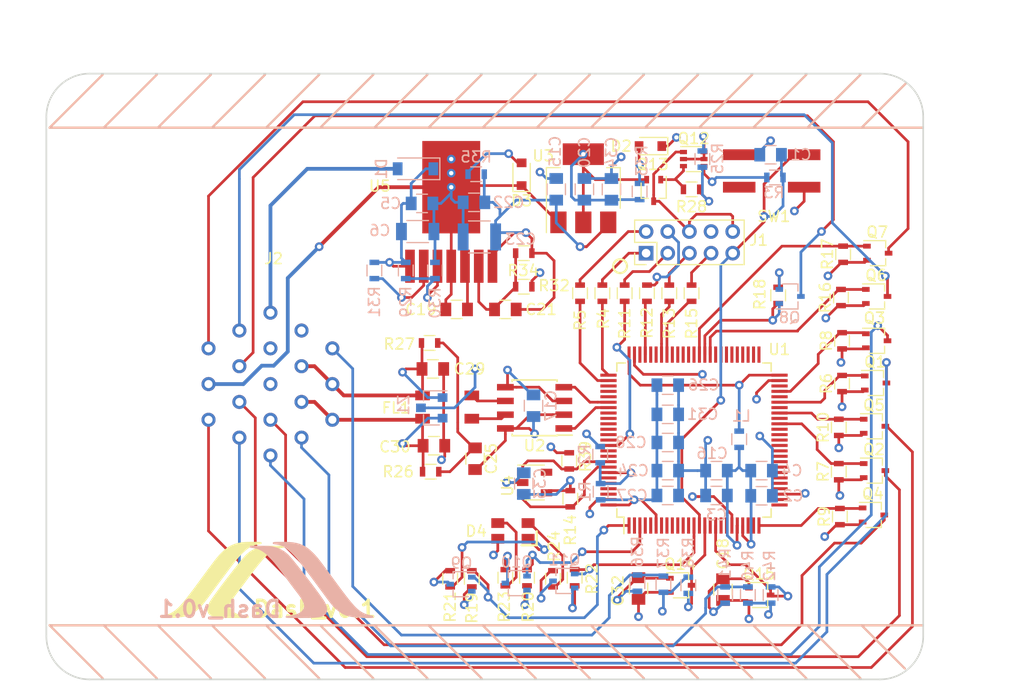
<source format=kicad_pcb>
(kicad_pcb (version 20210228) (generator pcbnew)
  (layers (0 "F.Cu" signal) (1 "In1.Cu" signal) (2 "In2.Cu" signal) (31 "B.Cu" signal) (34 "B.Paste" user) (35 "F.Paste" user) (36 "B.SilkS" user "B.Silkscreen") (37 "F.SilkS" user "F.Silkscreen") (38 "B.Mask" user) (39 "F.Mask" user) (44 "Edge.Cuts" user))
  (net 0 "")
  (net 1 "GND")
  (net 2 "/MCU/NRST")
  (net 3 "/MCU/VDD_A")
  (net 4 "Net-(C5-Pad1)")
  (net 5 "/Cockpit management/IMD_LED_CMD")
  (net 6 "/Cockpit management/BMS_LED_CMD")
  (net 7 "/Cockpit management/RTD_LED_CMD")
  (net 8 "/Cockpit management/BUZZER_CMD")
  (net 9 "/Cockpit management/NO_HV_LED_CMD")
  (net 10 "/Cockpit management/PUMP_CMD")
  (net 11 "/Cockpit management/BP_FAN_CMD")
  (net 12 "/MCU/Fan_Rad_Cmd")
  (net 13 "/Power Supply/+5v")
  (net 14 "+3V3")
  (net 15 "Net-(C19-Pad2)")
  (net 16 "Net-(C21-Pad2)")
  (net 17 "Net-(C25-Pad1)")
  (net 18 "Net-(D2-Pad2)")
  (net 19 "Net-(D3-Pad2)")
  (net 20 "Net-(D4-Pad3)")
  (net 21 "Net-(D4-Pad1)")
  (net 22 "Net-(FL1-Pad4)")
  (net 23 "Net-(FL1-Pad3)")
  (net 24 "/MCU/+3.3v_EXT")
  (net 25 "Net-(J1-Pad7)")
  (net 26 "Net-(J1-Pad5)")
  (net 27 "Net-(J1-Pad4)")
  (net 28 "Net-(J1-Pad3)")
  (net 29 "Net-(J1-Pad2)")
  (net 30 "Net-(J1-Pad1)")
  (net 31 "Net-(Q9-Pad3)")
  (net 32 "Net-(Q10-Pad3)")
  (net 33 "Net-(Q11-Pad3)")
  (net 34 "Net-(Q12-Pad2)")
  (net 35 "Net-(Q12-Pad3)")
  (net 36 "Net-(R1-Pad1)")
  (net 37 "/MCU/SWCLK")
  (net 38 "/MCU/JTDI")
  (net 39 "/MCU/SWO")
  (net 40 "/MCU/SWDIO")
  (net 41 "/MCU/USART_RX")
  (net 42 "/MCU/USART_TX")
  (net 43 "/MCU/CAN_TX")
  (net 44 "/MCU/CAN_RX")
  (net 45 "Net-(C32-Pad1)")
  (net 46 "/CAN_H")
  (net 47 "/CAN_L")
  (net 48 "/MCU/RTD_Button")
  (net 49 "/MCU/SDA")
  (net 50 "/MCU/SCL")
  (net 51 "Net-(D4-Pad4)")
  (net 52 "/MCU/gpio_RED")
  (net 53 "/MCU/gpio_GREEN")
  (net 54 "/MCU/gpio_BLUE")
  (net 55 "Net-(C18-Pad1)")
  (net 56 "/Cockpit management/Spare_Button")
  (net 57 "/RTD")
  (net 58 "/Spare_butt")
  (net 59 "/+24v")
  (net 60 "/BUZ")
  (net 61 "/PMP")
  (net 62 "/HV_LED")
  (net 63 "/BMS_LED")
  (net 64 "/FAN")
  (net 65 "/RAD")
  (net 66 "/IMD_LED")
  (net 67 "/RTD_LED")
  (net 68 "Net-(R29-Pad2)")
  (net 69 "Net-(R31-Pad2)")
  (net 70 "Net-(J2-PadR)")
  (net 71 "Net-(J2-PadE)")
  (net 72 "Net-(SW1-Pad4)")
  (net 73 "Net-(SW1-Pad2)")
  (net 74 "Net-(U1-Pad98)")
  (net 75 "Net-(U1-Pad97)")
  (net 76 "Net-(U1-Pad96)")
  (net 77 "Net-(U1-Pad95)")
  (net 78 "Net-(U1-Pad91)")
  (net 79 "Net-(U1-Pad90)")
  (net 80 "Net-(U1-Pad88)")
  (net 81 "Net-(U1-Pad87)")
  (net 82 "Net-(U1-Pad86)")
  (net 83 "Net-(U1-Pad85)")
  (net 84 "Net-(U1-Pad84)")
  (net 85 "Net-(U1-Pad83)")
  (net 86 "Net-(U1-Pad80)")
  (net 87 "Net-(U1-Pad79)")
  (net 88 "Net-(U1-Pad78)")
  (net 89 "Net-(U1-Pad73)")
  (net 90 "Net-(U1-Pad71)")
  (net 91 "Net-(U1-Pad70)")
  (net 92 "Net-(U1-Pad67)")
  (net 93 "Net-(U1-Pad66)")
  (net 94 "Net-(U1-Pad65)")
  (net 95 "Net-(U1-Pad64)")
  (net 96 "Net-(U1-Pad63)")
  (net 97 "Net-(U1-Pad59)")
  (net 98 "Net-(U1-Pad58)")
  (net 99 "Net-(U1-Pad57)")
  (net 100 "Net-(U1-Pad56)")
  (net 101 "Net-(U1-Pad55)")
  (net 102 "Net-(U1-Pad54)")
  (net 103 "Net-(U1-Pad53)")
  (net 104 "Net-(U1-Pad52)")
  (net 105 "Net-(U1-Pad51)")
  (net 106 "Net-(U1-Pad48)")
  (net 107 "Net-(U1-Pad46)")
  (net 108 "Net-(U1-Pad44)")
  (net 109 "Net-(U1-Pad42)")
  (net 110 "Net-(U1-Pad40)")
  (net 111 "Net-(U1-Pad39)")
  (net 112 "Net-(U1-Pad38)")
  (net 113 "Net-(U1-Pad37)")
  (net 114 "Net-(U1-Pad36)")
  (net 115 "Net-(U1-Pad35)")
  (net 116 "Net-(U1-Pad34)")
  (net 117 "Net-(U1-Pad33)")
  (net 118 "Net-(U1-Pad32)")
  (net 119 "Net-(U1-Pad31)")
  (net 120 "Net-(U1-Pad30)")
  (net 121 "Net-(U1-Pad29)")
  (net 122 "Net-(U1-Pad27)")
  (net 123 "Net-(U1-Pad26)")
  (net 124 "Net-(U1-Pad24)")
  (net 125 "Net-(U1-Pad23)")
  (net 126 "Net-(U1-Pad19)")
  (net 127 "Net-(U1-Pad18)")
  (net 128 "Net-(U1-Pad16)")
  (net 129 "Net-(U1-Pad12)")
  (net 130 "Net-(U1-Pad11)")
  (net 131 "Net-(U1-Pad10)")
  (net 132 "Net-(U1-Pad9)")
  (net 133 "Net-(U1-Pad8)")
  (net 134 "Net-(U1-Pad7)")
  (net 135 "Net-(U1-Pad5)")
  (net 136 "Net-(U1-Pad4)")
  (net 137 "Net-(U1-Pad2)")
  (net 138 "Net-(U4-Pad5)")
  (footprint "Capacitors_SMD:C_0805" (layer "F.Cu") (at 161.6 98.6 -90)
    (fp_text reference "C18")
    (fp_text value "100n")
  )
  (footprint "Capacitors_SMD:C_0805" (layer "F.Cu") (at 137 72.7)
    (fp_text reference "C19")
    (fp_text value "22n")
  )
  (footprint "Capacitors_SMD:C_0805" (layer "F.Cu") (at 141.5 72.7 180)
    (fp_text reference "C21")
    (fp_text value "22n")
  )
  (footprint "Capacitors_SMD:C_0805" (layer "F.Cu") (at 138.7 86.5 -90)
    (fp_text reference "C25")
    (fp_text value "10p")
  )
  (footprint "Capacitors_SMD:C_0805" (layer "F.Cu") (at 134.8 78.2)
    (fp_text reference "C29")
    (fp_text value "10p")
  )
  (footprint "Capacitors_SMD:C_0805" (layer "F.Cu") (at 134.9 85.3 180)
    (fp_text reference "C30")
    (fp_text value "10p")
  )
  (footprint "Capacitors_SMD:C_0805" (layer "F.Cu") (at 153.8 98.5 -90)
    (fp_text reference "C32")
    (fp_text value "100n")
  )
  (footprint "Diodes_SMD:D_0805" (layer "F.Cu") (at 154.9 57.6 180)
    (fp_text reference "D2")
    (fp_text value "LED")
  )
  (footprint "Diodes_SMD:D_0805" (layer "F.Cu") (at 143 60.2 90)
    (fp_text reference "D3")
    (fp_text value "LED")
  )
  (footprint "footprint:ACT45B" (layer "F.Cu") (at 138.4 82.8 180)
    (fp_text reference "FL1")
    (fp_text value "ACT45B-220-2P-TL003")
  )
  (footprint "footprint:TO-PMOD-7" (layer "F.Cu") (at 136.5 61.4)
    (fp_text reference "U5")
    (fp_text value "LMZ14202TZE-ADJ_NOPB")
  )
  (footprint "Pin_Headers:Pin_Header_Straight_2x05_Pitch2.00mm" (layer "F.Cu") (at 154.5 67.5 90)
    (fp_text reference "J1")
    (fp_text value "Conn_02x05_Top_Bottom")
  )
  (footprint "TO_SOT_Packages_SMD:SOT-363_SC-70-6" (layer "F.Cu") (at 158.9 58.8)
    (fp_text reference "Q12")
    (fp_text value "BC857BDW1")
  )
  (footprint "Resistors_SMD:R_0603" (layer "F.Cu") (at 150.46 71.2 -90)
    (fp_text reference "R4")
    (fp_text value "22")
  )
  (footprint "Resistors_SMD:R_0603" (layer "F.Cu") (at 148.4 71.2 -90)
    (fp_text reference "R5")
    (fp_text value "22")
  )
  (footprint "Resistors_SMD:R_0603" (layer "F.Cu") (at 172.6 79.55 90)
    (fp_text reference "R6")
    (fp_text value "100k")
  )
  (footprint "Resistors_SMD:R_0603" (layer "F.Cu") (at 172.6 75.6 90)
    (fp_text reference "R8")
    (fp_text value "100k")
  )
  (footprint "Resistors_SMD:R_0603" (layer "F.Cu") (at 172.4 91.85 90)
    (fp_text reference "R9")
    (fp_text value "100k")
  )
  (footprint "Resistors_SMD:R_0603" (layer "F.Cu") (at 172.3 83.6 90)
    (fp_text reference "R10")
    (fp_text value "100k")
  )
  (footprint "Resistors_SMD:R_0603" (layer "F.Cu") (at 152.52 71.2 -90)
    (fp_text reference "R11")
    (fp_text value "22")
  )
  (footprint "Resistors_SMD:R_0603" (layer "F.Cu") (at 154.58 71.2 -90)
    (fp_text reference "R12")
    (fp_text value "22")
  )
  (footprint "Resistors_SMD:R_0603" (layer "F.Cu") (at 156.64 71.2 -90)
    (fp_text reference "R13")
    (fp_text value "22")
  )
  (footprint "Resistors_SMD:R_0603" (layer "F.Cu") (at 158.7 71.2 90)
    (fp_text reference "R15")
    (fp_text value "22")
  )
  (footprint "Resistors_SMD:R_0603" (layer "F.Cu") (at 172.5 71.6 90)
    (fp_text reference "R16")
    (fp_text value "100k")
  )
  (footprint "Resistors_SMD:R_0603" (layer "F.Cu") (at 172.7 67.6 90)
    (fp_text reference "R17")
    (fp_text value "100k")
  )
  (footprint "Resistors_SMD:R_0603" (layer "F.Cu") (at 166.7 71.4 -90)
    (fp_text reference "R18")
    (fp_text value "100k")
  )
  (footprint "Resistors_SMD:R_0603" (layer "F.Cu") (at 138.4 97.6 90)
    (fp_text reference "R19")
    (fp_text value "100k")
  )
  (footprint "Resistors_SMD:R_0603" (layer "F.Cu") (at 143.5 97.5 90)
    (fp_text reference "R20")
    (fp_text value "100k")
  )
  (footprint "Resistors_SMD:R_0603" (layer "F.Cu") (at 136.4 97.6 -90)
    (fp_text reference "R21")
    (fp_text value "1.6k")
  )
  (footprint "Resistors_SMD:R_0603" (layer "F.Cu") (at 147.9 97.5 90)
    (fp_text reference "R22")
    (fp_text value "100k")
  )
  (footprint "Resistors_SMD:R_0603" (layer "F.Cu") (at 141.5 97.5 -90)
    (fp_text reference "R23")
    (fp_text value "1.2k")
  )
  (footprint "Resistors_SMD:R_0603" (layer "F.Cu") (at 145.9 97.6 90)
    (fp_text reference "R24")
    (fp_text value "1.2k")
  )
  (footprint "Resistors_SMD:R_0603" (layer "F.Cu") (at 134.5 75.8)
    (fp_text reference "R27")
    (fp_text value "60")
  )
  (footprint "Resistors_SMD:R_0603" (layer "F.Cu") (at 158.7 61.6)
    (fp_text reference "R28")
    (fp_text value "68.1k")
  )
  (footprint "Resistors_SMD:R_0603" (layer "F.Cu") (at 143.2 70.6)
    (fp_text reference "R32")
    (fp_text value "1.07k")
  )
  (footprint "Resistors_SMD:R_0603" (layer "F.Cu") (at 143.2 67.5)
    (fp_text reference "R34")
    (fp_text value "5.62k")
  )
  (footprint "Housings_QFP:LQFP-100_14x14mm_Pitch0.5mm" (layer "F.Cu") (at 158.925001 84.774999 90)
    (fp_text reference "U1")
    (fp_text value "STM32F303VCTx")
  )
  (footprint "Housings_SOIC:SOIC-8_3.9x4.9mm_Pitch1.27mm" (layer "F.Cu") (at 144.2 81.795 180)
    (fp_text reference "U2")
    (fp_text value "SN65HVD234")
  )
  (footprint "TO_SOT_Packages_SMD:SOT-223" (layer "F.Cu") (at 148.7 61.5 90)
    (fp_text reference "U3")
    (fp_text value "LM1117-3.3")
  )
  (footprint "Resistors_SMD:R_0603" (layer "F.Cu") (at 134.6 87.7)
    (fp_text reference "R26")
    (fp_text value "60")
  )
  (footprint "Resistors_SMD:R_0603" (layer "F.Cu") (at 172.3 87.7 90)
    (fp_text reference "R7")
    (fp_text value "100k")
  )
  (footprint "TO_SOT_Packages_SMD:SOT-23-5" (layer "F.Cu") (at 144.2 88.7)
    (fp_text reference "U4")
    (fp_text value "24AA02-OT")
  )
  (footprint "Resistors_SMD:R_0603" (layer "F.Cu") (at 147.4 86.7 90)
    (fp_text reference "R39")
    (fp_text value "2k")
  )
  (footprint "Resistors_SMD:R_0603" (layer "F.Cu") (at 147.5 90.2 90)
    (fp_text reference "R14")
    (fp_text value "2k")
  )
  (footprint "footprint:Kingbright PLCC4" (layer "F.Cu") (at 143.6 93.9)
    (fp_text reference "D4")
    (fp_text value "LED_RAGB")
  )
  (footprint "TO_SOT_Packages_SMD:SOT-323_SC-70" (layer "F.Cu") (at 175.7 79.5)
    (fp_text reference "Q1")
    (fp_text value "Q_NMOS_GSD")
  )
  (footprint "TO_SOT_Packages_SMD:SOT-323_SC-70" (layer "F.Cu") (at 175.6 87.6)
    (fp_text reference "Q2")
    (fp_text value "Q_NMOS_GSD")
  )
  (footprint "TO_SOT_Packages_SMD:SOT-323_SC-70" (layer "F.Cu") (at 175.8 75.6)
    (fp_text reference "Q3")
    (fp_text value "Q_NMOS_GSD")
  )
  (footprint "TO_SOT_Packages_SMD:SOT-323_SC-70" (layer "F.Cu") (at 175.5 91.7)
    (fp_text reference "Q4")
    (fp_text value "Q_NMOS_GSD")
  )
  (footprint "TO_SOT_Packages_SMD:SOT-323_SC-70" (layer "F.Cu") (at 175.6 83.5)
    (fp_text reference "Q5")
    (fp_text value "Q_NMOS_GSD")
  )
  (footprint "TO_SOT_Packages_SMD:SOT-323_SC-70" (layer "F.Cu") (at 175.8 71.5)
    (fp_text reference "Q6")
    (fp_text value "Q_NMOS_GSD")
  )
  (footprint "TO_SOT_Packages_SMD:SOT-323_SC-70" (layer "F.Cu") (at 175.9 67.5)
    (fp_text reference "Q7")
    (fp_text value "Q_NMOS_GSD")
  )
  (footprint "TO_SOT_Packages_SMD:SOT-323_SC-70" (layer "F.Cu") (at 155.2 61.7 -90)
    (fp_text reference "Q13")
    (fp_text value "Q_PMOS_GSD")
  )
  (footprint "TO_SOT_Packages_SMD:SOT-323_SC-70" (layer "F.Cu") (at 157.7 98.2)
    (fp_text reference "Q14")
    (fp_text value "Q_NMOS_GSD")
  )
  (footprint "footprint:pulsante" (layer "F.Cu") (at 169.1 61.4)
    (fp_text reference "SW1")
    (fp_text value "SW_Push_Dual")
  )
  (footprint "footprint:8STA1418" (layer "F.Cu") (at 119.8 79.6 90)
    (fp_text reference "J2")
    (fp_text value "souriau18pin")
  )
  (footprint "TO_SOT_Packages_SMD:SOT-323_SC-70" (layer "F.Cu") (at 165 99.1)
    (fp_text reference "Q15")
    (fp_text value "Q_NMOS_GSD")
  )
  (footprint "Mounting_Holes:MountingHole_3.2mm_M3" (layer "F.Cu") (at 174.9 98.4)
    (fp_text reference "REF**" hide)
    (fp_text value "MountingHole_3.2mm_M3")
  )
  (footprint "Mounting_Holes:MountingHole_3.2mm_M3" (layer "F.Cu") (at 174.9 59.4)
    (fp_text reference "REF**" hide)
    (fp_text value "MountingHole_3.2mm_M3")
  )
  (footprint "Mounting_Holes:MountingHole_3.2mm_M3" (layer "F.Cu") (at 104.3 59.4)
    (fp_text reference "REF**" hide)
    (fp_text value "MountingHole_3.2mm_M3")
  )
  (footprint "Mounting_Holes:MountingHole_3.2mm_M3" (layer "F.Cu") (at 104.3 98.4)
    (fp_text reference "REF**" hide)
    (fp_text value "MountingHole_3.2mm_M3")
  )
  (footprint "footprint:LOGO_little" (layer "F.Cu") (at 115.4 97.7)
    (fp_text reference "G***" hide)
    (fp_text value "LOGO" hide)
  )
  (footprint "Capacitors_SMD:C_0805" (layer "B.Cu") (at 166 58.4 180)
    (fp_text reference "C1")
    (fp_text value "100n")
  )
  (footprint "Capacitors_SMD:C_0805" (layer "B.Cu") (at 165.166476 89.926154)
    (fp_text reference "C2")
    (fp_text value "1u")
  )
  (footprint "Capacitors_SMD:C_0805" (layer "B.Cu") (at 161 89.9 180)
    (fp_text reference "C3")
    (fp_text value "1u")
  )
  (footprint "Capacitors_SMD:C_0805" (layer "B.Cu") (at 165.166476 87.6)
    (fp_text reference "C4")
    (fp_text value "100n")
  )
  (footprint "Capacitors_SMD:C_0805" (layer "B.Cu") (at 133.8 62.9)
    (fp_text reference "C5")
    (fp_text value "1u")
  )
  (footprint "Capacitors_SMD:C_0805" (layer "B.Cu") (at 146.2 61.594999 90)
    (fp_text reference "C15")
    (fp_text value "1u")
  )
  (footprint "Capacitors_SMD:C_0805" (layer "B.Cu") (at 161 87.6 180)
    (fp_text reference "C16")
    (fp_text value "100n")
  )
  (footprint "Capacitors_SMD:C_0805" (layer "B.Cu") (at 144.1 81.6 90)
    (fp_text reference "C17")
    (fp_text value "100n")
  )
  (footprint "Capacitors_SMD:C_0805" (layer "B.Cu") (at 138.6 62.8 180)
    (fp_text reference "C22")
    (fp_text value "1u")
  )
  (footprint "Capacitors_SMD:C_0805" (layer "B.Cu") (at 156.5 87.6)
    (fp_text reference "C24")
    (fp_text value "100n")
  )
  (footprint "Capacitors_SMD:C_0805" (layer "B.Cu") (at 156.5 79.7)
    (fp_text reference "C26")
    (fp_text value "100n")
  )
  (footprint "Capacitors_SMD:C_0805" (layer "B.Cu") (at 156.5 89.9)
    (fp_text reference "C27")
    (fp_text value "100n")
  )
  (footprint "Capacitors_SMD:C_0805" (layer "B.Cu") (at 156.5 85)
    (fp_text reference "C28")
    (fp_text value "100n")
  )
  (footprint "Capacitors_SMD:C_0805" (layer "B.Cu") (at 156.5 82.4)
    (fp_text reference "C31")
    (fp_text value "4.7u")
  )
  (footprint "Diodes_SMD:D_SOD-123" (layer "B.Cu") (at 133.2 59.7 180)
    (fp_text reference "D1")
    (fp_text value "D")
  )
  (footprint "Inductors_SMD:L_0603" (layer "B.Cu") (at 163.1 84.7 90)
    (fp_text reference "L1")
    (fp_text value "L_Core_Ferrite")
  )
  (footprint "Resistors_SMD:R_0603" (layer "B.Cu") (at 150.3 89.55 -90)
    (fp_text reference "R1")
    (fp_text value "NM")
  )
  (footprint "Resistors_SMD:R_0603" (layer "B.Cu") (at 150.260001 86.125001 -90)
    (fp_text reference "R2")
    (fp_text value "15k")
  )
  (footprint "Resistors_SMD:R_0603" (layer "B.Cu") (at 166.4 60.5 180)
    (fp_text reference "R3")
    (fp_text value "100k")
  )
  (footprint "Resistors_SMD:R_0603" (layer "B.Cu") (at 159.7 58.8 -90)
    (fp_text reference "R25")
    (fp_text value "68.1k")
  )
  (footprint "Resistors_SMD:R_0603" (layer "B.Cu") (at 132.3 69.1 -90)
    (fp_text reference "R29")
    (fp_text value "68.1k")
  )
  (footprint "Resistors_SMD:R_0603" (layer "B.Cu") (at 135 69.1 90)
    (fp_text reference "R30")
    (fp_text value "11.8k")
  )
  (footprint "Resistors_SMD:R_0603" (layer "B.Cu") (at 129.4 69.1 -90)
    (fp_text reference "R31")
    (fp_text value "100k")
  )
  (footprint "Resistors_SMD:R_0603" (layer "B.Cu") (at 153.9 61.8 90)
    (fp_text reference "R33")
    (fp_text value "1.2k")
  )
  (footprint "Resistors_SMD:R_0603" (layer "B.Cu") (at 138.8 60.2 180)
    (fp_text reference "R35")
    (fp_text value "1.2k")
  )
  (footprint "Resistors_SMD:R_0603" (layer "B.Cu") (at 153.7 98 90)
    (fp_text reference "R36")
    (fp_text value "15k")
  )
  (footprint "Resistors_SMD:R_0603" (layer "B.Cu") (at 156.1 98.1 -90)
    (fp_text reference "R37")
    (fp_text value "100k")
  )
  (footprint "Resistors_SMD:R_0603" (layer "B.Cu") (at 158.4 98.2 90)
    (fp_text reference "R38")
    (fp_text value "15k")
  )
  (footprint "TO_SOT_Packages_SMD:SOT-23" (layer "B.Cu") (at 134.7 81.8 180)
    (fp_text reference "Z1")
    (fp_text value "PESD2CAN,215")
  )
  (footprint "Capacitors_SMD:C_0805" (layer "B.Cu") (at 148.8 61.594999 -90)
    (fp_text reference "C20")
    (fp_text value "100n")
  )
  (footprint "Capacitors_SMD:C_0805" (layer "B.Cu") (at 143.2 88.8 90)
    (fp_text reference "C33")
    (fp_text value "100n")
  )
  (footprint "TO_SOT_Packages_SMD:SOT-323_SC-70" (layer "B.Cu") (at 167.8 71.5)
    (fp_text reference "Q8")
    (fp_text value "Q_NMOS_GSD")
  )
  (footprint "TO_SOT_Packages_SMD:SOT-323_SC-70" (layer "B.Cu") (at 137.4 98.1 180)
    (fp_text reference "Q9")
    (fp_text value "Q_NMOS_GSD")
  )
  (footprint "TO_SOT_Packages_SMD:SOT-323_SC-70" (layer "B.Cu") (at 142.5 98 180)
    (fp_text reference "Q10")
    (fp_text value "Q_NMOS_GSD")
  )
  (footprint "TO_SOT_Packages_SMD:SOT-323_SC-70" (layer "B.Cu") (at 146.9 97.8 180)
    (fp_text reference "Q11")
    (fp_text value "Q_NMOS_GSD")
  )
  (footprint "Capacitors_SMD:C_1206" (layer "B.Cu") (at 133.4 65.5)
    (fp_text reference "C6")
    (fp_text value "10u")
  )
  (footprint "Capacitors_SMD:C_1210" (layer "B.Cu") (at 139.1 66 180)
    (fp_text reference "C23")
    (fp_text value "100u")
  )
  (footprint "Capacitors_SMD:C_0805" (layer "B.Cu") (at 151.3 61.6 90)
    (fp_text reference "C34")
    (fp_text value "10u")
  )
  (footprint "Resistors_SMD:R_0603" (layer "B.Cu") (at 163.9 99.1 -90)
    (fp_text reference "R40")
    (fp_text value "100k")
  )
  (footprint "Resistors_SMD:R_0603" (layer "B.Cu") (at 161.8 99.1 90)
    (fp_text reference "R41")
    (fp_text value "15k")
  )
  (footprint "Resistors_SMD:R_0603" (layer "B.Cu") (at 166 99.1 -90)
    (fp_text reference "R42")
    (fp_text value "15k")
  )
  (footprint "footprint:LOGO_little" (layer "B.Cu") (at 123.6 97.7 180)
    (fp_text reference "G***" hide)
    (fp_text value "LOGO" hide)
  )
  (gr_line (start 169.3 51) (end 164.4 55.9) (layer "B.SilkS") (width 0.2))
  (gr_line (start 178.5 51.8) (end 174.4 55.9) (layer "B.SilkS") (width 0.2))
  (gr_line (start 174.3 51) (end 169.4 55.9) (layer "B.SilkS") (width 0.2))
  (gr_line (start 104.3 51) (end 99.4 55.9) (layer "B.SilkS") (width 0.2))
  (gr_line (start 109.3 51) (end 104.4 55.9) (layer "B.SilkS") (width 0.2))
  (gr_line (start 114.3 51) (end 109.4 55.9) (layer "B.SilkS") (width 0.2))
  (gr_line (start 149.3 51) (end 144.4 55.9) (layer "B.SilkS") (width 0.2))
  (gr_line (start 164.3 51) (end 159.4 55.9) (layer "B.SilkS") (width 0.2))
  (gr_line (start 124.3 51) (end 119.4 55.9) (layer "B.SilkS") (width 0.2))
  (gr_line (start 129.3 51) (end 124.4 55.9) (layer "B.SilkS") (width 0.2))
  (gr_line (start 154.3 51) (end 149.4 55.9) (layer "B.SilkS") (width 0.2))
  (gr_line (start 144.3 51) (end 139.4 55.9) (layer "B.SilkS") (width 0.2))
  (gr_line (start 119.3 51) (end 114.4 55.9) (layer "B.SilkS") (width 0.2))
  (gr_line (start 134.3 51) (end 129.4 55.9) (layer "B.SilkS") (width 0.2))
  (gr_line (start 139.3 51) (end 134.4 55.9) (layer "B.SilkS") (width 0.2))
  (gr_line (start 159.3 51) (end 154.4 55.9) (layer "B.SilkS") (width 0.2))
  (gr_line (start 109.4 101.9) (end 114.3 106.8) (layer "B.SilkS") (width 0.2))
  (gr_line (start 104.4 101.9) (end 109.3 106.8) (layer "B.SilkS") (width 0.2))
  (gr_line (start 124.4 101.9) (end 129.3 106.8) (layer "B.SilkS") (width 0.2))
  (gr_line (start 129.4 101.9) (end 134.3 106.8) (layer "B.SilkS") (width 0.2))
  (gr_line (start 134.4 101.9) (end 139.3 106.8) (layer "B.SilkS") (width 0.2))
  (gr_line (start 114.4 101.9) (end 119.3 106.8) (layer "B.SilkS") (width 0.2))
  (gr_line (start 119.4 101.9) (end 124.3 106.8) (layer "B.SilkS") (width 0.2))
  (gr_line (start 144.4 101.9) (end 149.3 106.8) (layer "B.SilkS") (width 0.2))
  (gr_line (start 174.4 101.9) (end 178.4 105.9) (layer "B.SilkS") (width 0.2))
  (gr_line (start 149.4 101.9) (end 154.3 106.8) (layer "B.SilkS") (width 0.2))
  (gr_line (start 154.4 101.9) (end 159.3 106.8) (layer "B.SilkS") (width 0.2))
  (gr_line (start 139.4 101.9) (end 144.3 106.8) (layer "B.SilkS") (width 0.2))
  (gr_line (start 164.4 101.9) (end 169.3 106.8) (layer "B.SilkS") (width 0.2))
  (gr_line (start 169.4 101.9) (end 174.3 106.8) (layer "B.SilkS") (width 0.2))
  (gr_line (start 159.4 101.9) (end 164.3 106.8) (layer "B.SilkS") (width 0.2))
  (gr_line (start 99.4 101.9) (end 104.3 106.8) (layer "B.SilkS") (width 0.2))
  (gr_line (start 180 101.9) (end 99.4 101.9) (layer "B.SilkS") (width 0.2))
  (gr_line (start 180 55.9) (end 99.4 55.9) (layer "B.SilkS") (width 0.2))
  (gr_line (start 180 55.9) (end 99.4 55.9) (layer "F.SilkS") (width 0.2))
  (gr_line (start 104.4 55.9) (end 109.3 51) (layer "F.SilkS") (width 0.2))
  (gr_line (start 109.4 55.9) (end 114.3 51) (layer "F.SilkS") (width 0.2))
  (gr_line (start 114.4 55.9) (end 119.3 51) (layer "F.SilkS") (width 0.2))
  (gr_line (start 119.4 55.9) (end 124.3 51) (layer "F.SilkS") (width 0.2))
  (gr_line (start 124.4 55.9) (end 129.3 51) (layer "F.SilkS") (width 0.2))
  (gr_line (start 129.4 55.9) (end 134.3 51) (layer "F.SilkS") (width 0.2))
  (gr_line (start 134.4 55.9) (end 139.3 51) (layer "F.SilkS") (width 0.2))
  (gr_line (start 139.4 55.9) (end 144.3 51) (layer "F.SilkS") (width 0.2))
  (gr_line (start 144.4 55.9) (end 149.3 51) (layer "F.SilkS") (width 0.2))
  (gr_line (start 149.4 55.9) (end 154.3 51) (layer "F.SilkS") (width 0.2))
  (gr_line (start 154.4 55.9) (end 159.3 51) (layer "F.SilkS") (width 0.2))
  (gr_line (start 159.4 55.9) (end 164.3 51) (layer "F.SilkS") (width 0.2))
  (gr_line (start 164.4 55.9) (end 169.3 51) (layer "F.SilkS") (width 0.2))
  (gr_line (start 169.4 55.9) (end 174.3 51) (layer "F.SilkS") (width 0.2))
  (gr_line (start 174.4 55.9) (end 178.5 51.8) (layer "F.SilkS") (width 0.2))
  (gr_line (start 104.3 106.8) (end 99.4 101.9) (layer "F.SilkS") (width 0.2))
  (gr_line (start 109.3 106.8) (end 104.4 101.9) (layer "F.SilkS") (width 0.2))
  (gr_line (start 114.3 106.8) (end 109.4 101.9) (layer "F.SilkS") (width 0.2))
  (gr_line (start 119.3 106.8) (end 114.4 101.9) (layer "F.SilkS") (width 0.2))
  (gr_line (start 124.3 106.8) (end 119.4 101.9) (layer "F.SilkS") (width 0.2))
  (gr_line (start 134.3 106.8) (end 129.4 101.9) (layer "F.SilkS") (width 0.2))
  (gr_line (start 139.3 106.8) (end 134.4 101.9) (layer "F.SilkS") (width 0.2))
  (gr_line (start 144.3 106.8) (end 139.4 101.9) (layer "F.SilkS") (width 0.2))
  (gr_line (start 149.3 106.8) (end 144.4 101.9) (layer "F.SilkS") (width 0.2))
  (gr_line (start 154.3 106.8) (end 149.4 101.9) (layer "F.SilkS") (width 0.2))
  (gr_line (start 159.3 106.8) (end 154.4 101.9) (layer "F.SilkS") (width 0.2))
  (gr_line (start 164.3 106.8) (end 159.4 101.9) (layer "F.SilkS") (width 0.2))
  (gr_line (start 169.3 106.8) (end 164.4 101.9) (layer "F.SilkS") (width 0.2))
  (gr_line (start 174.3 106.8) (end 169.4 101.9) (layer "F.SilkS") (width 0.2))
  (gr_line (start 178.4 105.9) (end 174.4 101.9) (layer "F.SilkS") (width 0.2))
  (gr_line (start 129.3 106.8) (end 124.4 101.9) (layer "F.SilkS") (width 0.2))
  (gr_line (start 180 101.9) (end 99.4 101.9) (layer "F.SilkS") (width 0.2))
  (gr_line (start 144.4 94.5) (end 144.4 93.2) (layer "F.SilkS") (width 0.2))
  (gr_line (start 143 94.5) (end 144.4 94.5) (layer "F.SilkS") (width 0.2))
  (gr_circle (center 152.1 68.7) (end 152.5 68.2) (layer "F.SilkS") (width 0.2) (fill none))
  (gr_line (start 99.4 55.9) (end 104.3 51) (layer "F.SilkS") (width 0.2))
  (gr_arc (start 103.1 54.9) (end 103.1 50.9) (angle -90) (layer "Edge.Cuts") (width 0.15))
  (gr_arc (start 176.1 54.9) (end 180.1 54.9) (angle -90) (layer "Edge.Cuts") (width 0.15))
  (gr_arc (start 103.1 102.9) (end 99.1 102.9) (angle -90) (layer "Edge.Cuts") (width 0.15))
  (gr_arc (start 176.1 102.9) (end 176.1 106.9) (angle -90) (layer "Edge.Cuts") (width 0.15))
  (gr_line (start 180.1 54.9) (end 180.1 102.9) (layer "Edge.Cuts") (width 0.15))
  (gr_line (start 176.1 106.9) (end 103.1 106.9) (layer "Edge.Cuts") (width 0.15))
  (gr_line (start 99.1 102.9) (end 99.1 54.9) (layer "Edge.Cuts") (width 0.15))
  (gr_line (start 103.1 50.9) (end 176.1 50.9) (layer "Edge.Cuts") (width 0.15))
  (gr_text "Dash_v0.1" (at 115.1 100.4) (layer "B.SilkS") (effects (font (size 1.5 1.5) (thickness 0.3)) (justify mirror)))
  (gr_text "Dash_v0.1" (at 123.9 100.4) (layer "F.SilkS") (effects (font (size 1.5 1.5) (thickness 0.3))))
  (segment (start 172.3 88.45) (end 174.4 88.45) (width 0.25) (layer "F.Cu") (net 1))
  (segment (start 172.6 77.5) (end 172.5 77.6) (width 0.25) (layer "F.Cu") (net 1))
  (segment (start 172.4 92.6) (end 174.25 92.6) (width 0.25) (layer "F.Cu") (net 1))
  (segment (start 172.3 89.8) (end 172.4 89.9) (width 0.25) (layer "F.Cu") (net 1))
  (segment (start 137.7 99.05) (end 138.4 98.35) (width 0.25) (layer "F.Cu") (net 1))
  (segment (start 174.55 80.3) (end 174.7 80.15) (width 0.25) (layer "F.Cu") (net 1))
  (segment (start 159.45 61.85) (end 160.3 62.7) (width 0.25) (layer "F.Cu") (net 1))
  (segment (start 143.95 70.05) (end 144.7 69.3) (width 0.25) (layer "F.Cu") (net 1))
  (segment (start 155.95 57.6) (end 156.5 57.6) (width 0.25) (layer "F.Cu") (net 1))
  (segment (start 172.6 76.35) (end 172.6 77.5) (width 0.25) (layer "F.Cu") (net 1))
  (segment (start 143.7 83.7) (end 141.5 83.7) (width 0.25) (layer "F.Cu") (net 1))
  (segment (start 144.2 84.2) (end 143.7 83.7) (width 0.25) (layer "F.Cu") (net 1))
  (segment (start 172.55 68.35) (end 171.3 69.6) (width 0.25) (layer "F.Cu") (net 1))
  (segment (start 172.6 80.3) (end 174.55 80.3) (width 0.25) (layer "F.Cu") (net 1))
  (segment (start 146.4 64.65) (end 143 61.25) (width 0.25) (layer "F.Cu") (net 1))
  (segment (start 141.5 84.25) (end 141.5 83.7) (width 0.25) (layer "F.Cu") (net 1))
  (segment (start 174.7 68.35) (end 174.9 68.15) (width 0.25) (layer "F.Cu") (net 1))
  (segment (start 149.3 91) (end 149.3 91.6) (width 0.25) (layer "F.Cu") (net 1))
  (segment (start 159.341678 90.000672) (end 158.775993 90.000672) (width 0.25) (layer "F.Cu") (net 1))
  (segment (start 172.3 88.45) (end 172.3 89.8) (width 0.25) (layer "F.Cu") (net 1))
  (segment (start 172.25 72.35) (end 171.1 73.5) (width 0.25) (layer "F.Cu") (net 1))
  (segment (start 124.3 66.9) (end 129.8 61.4) (width 0.35) (layer "F.Cu") (net 1))
  (segment (start 141.5 83.7) (end 142.525 83.7) (width 0.25) (layer "F.Cu") (net 1))
  (segment (start 136 72.7) (end 136 71.8) (width 0.25) (layer "F.Cu") (net 1))
  (segment (start 141.5 84.825) (end 141.5 84.25) (width 0.25) (layer "F.Cu") (net 1))
  (segment (start 135.9 86.3) (end 135.6 86.6) (width 0.25) (layer "F.Cu") (net 1))
  (segment (start 143 61.25) (end 136.65 61.25) (width 0.25) (layer "F.Cu") (net 1))
  (segment (start 174.6 72.35) (end 174.8 72.15) (width 0.25) (layer "F.Cu") (net 1))
  (segment (start 143.795 82.43) (end 145.875 82.43) (width 0.25) (layer "F.Cu") (net 1))
  (segment (start 174.4 88.45) (end 174.6 88.25) (width 0.25) (layer "F.Cu") (net 1))
  (segment (start 135.8 78.2) (end 135.8 85.2) (width 0.25) (layer "F.Cu") (net 1))
  (segment (start 156.5 57.6) (end 157.3 56.8) (width 0.25) (layer "F.Cu") (net 1))
  (segment (start 138.7 87.5) (end 138.825 87.5) (width 0.25) (layer "F.Cu") (net 1))
  (segment (start 172.7 68.35) (end 172.55 68.35) (width 0.25) (layer "F.Cu") (net 1))
  (segment (start 174.25 92.6) (end 174.5 92.35) (width 0.25) (layer "F.Cu") (net 1))
  (segment (start 172.3 84.35) (end 172.3 85.5) (width 0.25) (layer "F.Cu") (net 1))
  (segment (start 166.825001 79.274999) (end 165.825001 79.274999) (width 0.25) (layer "F.Cu") (net 1))
  (segment (start 169.1 62.7) (end 168.2 63.6) (width 0.25) (layer "F.Cu") (net 1))
  (segment (start 172.3 84.35) (end 174.4 84.35) (width 0.25) (layer "F.Cu") (net 1))
  (segment (start 172.1 92.6) (end 171 93.7) (width 0.25) (layer "F.Cu") (net 1))
  (segment (start 142.525 83.7) (end 143.795 82.43) (width 0.25) (layer "F.Cu") (net 1))
  (segment (start 172.5 72.35) (end 172.25 72.35) (width 0.25) (layer "F.Cu") (net 1))
  (segment (start 166.8 69.3) (end 166.8 70.55) (width 0.25) (layer "F.Cu") (net 1))
  (segment (start 161.6 99.6) (end 163.85 99.6) (width 0.25) (layer "F.Cu") (net 1))
  (segment (start 143.3 98.45) (end 143.5 98.25) (width 0.25) (layer "F.Cu") (net 1))
  (segment (start 172.6 76.35) (end 174.7 76.35) (width 0.25) (layer "F.Cu") (net 1))
  (segment (start 163.85 99.6) (end 164 99.75) (width 0.25) (layer "F.Cu") (net 1))
  (segment (start 174.4 84.35) (end 174.6 84.15) (width 0.25) (layer "F.Cu") (net 1))
  (segment (start 136.5 68.705) (end 136.5 61.4) (width 0.25) (layer "F.Cu") (net 1))
  (segment (start 160.750674 90.000672) (end 159.341678 90.000672) (width 0.25) (layer "F.Cu") (net 1))
  (segment (start 164.7 80.4) (end 164.7 81) (width 0.25) (layer "F.Cu") (net 1))
  (segment (start 174.7 76.35) (end 174.8 76.25) (width 0.25) (layer "F.Cu") (net 1))
  (segment (start 136 71.8) (end 136.5 71.3) (width 0.25) (layer "F.Cu") (net 1))
  (segment (start 164 99.75) (end 164 101.3) (width 0.25) (layer "F.Cu") (net 1))
  (segment (start 159.45 61.6) (end 159.45 61.85) (width 0.25) (layer "F.Cu") (net 1))
  (segment (start 147.9 98.25) (end 147.9 100.1) (width 0.25) (layer "F.Cu") (net 1))
  (segment (start 154.45 98.85) (end 153.8 99.5) (width 0.25) (layer "F.Cu") (net 1))
  (segment (start 137.7 100) (end 137.7 99.05) (width 0.25) (layer "F.Cu") (net 1))
  (segment (start 162.425001 91.674999) (end 160.750674 90.000672) (width 0.25) (layer "F.Cu") (net 1))
  (segment (start 150.025001 90.274999) (end 149.3 91) (width 0.25) (layer "F.Cu") (net 1))
  (segment (start 143.95 70.6) (end 143.95 70.05) (width 0.25) (layer "F.Cu") (net 1))
  (segment (start 172.6 80.3) (end 172.6 81.7) (width 0.25) (layer "F.Cu") (net 1))
  (segment (start 169.1 61.4) (end 169.1 62.7) (width 0.25) (layer "F.Cu") (net 1))
  (segment (start 166.8 70.55) (end 166.7 70.65) (width 0.25) (layer "F.Cu") (net 1))
  (segment (start 153.425001 76.874999) (end 153.425001 77.874999) (width 0.25) (layer "F.Cu") (net 1))
  (segment (start 172.7 68.35) (end 174.7 68.35) (width 0.25) (layer "F.Cu") (net 1))
  (segment (start 136.5 71.3) (end 136.5 68.705) (width 0.25) (layer "F.Cu") (net 1))
  (segment (start 143.3 100) (end 143.3 98.45) (width 0.25) (layer "F.Cu") (net 1))
  (segment (start 153.425001 77.874999) (end 154.250002 78.7) (width 0.25) (layer "F.Cu") (net 1))
  (segment (start 135.8 85.2) (end 135.9 85.3) (width 0.25) (layer "F.Cu") (net 1))
  (segment (start 172.5 72.35) (end 174.6 72.35) (width 0.25) (layer "F.Cu") (net 1))
  (segment (start 138.825 87.5) (end 141.5 84.825) (width 0.25) (layer "F.Cu") (net 1))
  (segment (start 147.9 100.1) (end 147.7 100.3) (width 0.25) (layer "F.Cu") (net 1))
  (segment (start 165.825001 79.274999) (end 164.7 80.4) (width 0.25) (layer "F.Cu") (net 1))
  (segment (start 162.425001 92.674999) (end 162.425001 91.674999) (width 0.25) (layer "F.Cu") (net 1))
  (segment (start 145.875 82.43) (end 146.9 82.43) (width 0.25) (layer "F.Cu") (net 1))
  (segment (start 153.8 99.5) (end 153.8 101.1) (width 0.25) (layer "F.Cu") (net 1))
  (segment (start 172.4 92.6) (end 172.1 92.6) (width 0.25) (layer "F.Cu") (net 1))
  (segment (start 136.65 61.25) (end 136.5 61.4) (width 0.25) (layer "F.Cu") (net 1))
  (segment (start 143.1 88.7) (end 141.6 88.7) (width 0.25) (layer "F.Cu") (net 1))
  (segment (start 135.9 85.3) (end 135.9 86.3) (width 0.25) (layer "F.Cu") (net 1))
  (segment (start 156.7 98.85) (end 154.45 98.85) (width 0.25) (layer "F.Cu") (net 1))
  (segment (start 154.250002 78.7) (end 159.7 78.7) (width 0.25) (layer "F.Cu") (net 1))
  (segment (start 129.8 61.4) (end 136.5 61.4) (width 0.35) (layer "F.Cu") (net 1))
  (segment (start 151.025001 90.274999) (end 150.025001 90.274999) (width 0.25) (layer "F.Cu") (net 1))
  (via (at 165 84.4) (size 0.8) (drill 0.4) (layers "F.Cu" "B.Cu") (net 1))
  (via (at 171.1 73.5) (size 0.8) (drill 0.4) (layers "F.Cu" "B.Cu") (net 1))
  (via (at 137.7 100) (size 0.8) (drill 0.4) (layers "F.Cu" "B.Cu") (net 1))
  (via (at 158.775993 90.000672) (size 0.8) (drill 0.4) (layers "F.Cu" "B.Cu") (net 1))
  (via (at 141.6 88.7) (size 0.8) (drill 0.4) (layers "F.Cu" "B.Cu") (net 1))
  (via (at 159.7 78.7) (size 0.8) (drill 0.4) (layers "F.Cu" "B.Cu") (net 1))
  (via (at 171 93.7) (size 0.8) (drill 0.4) (layers "F.Cu" "B.Cu") (net 1))
  (via (at 166 57.1) (size 0.8) (drill 0.4) (layers "F.Cu" "B.Cu") (net 1))
  (via (at 136.5 60.1) (size 0.8) (drill 0.4) (layers "F.Cu" "B.Cu") (net 1))
  (via (at 164.7 81) (size 0.8) (drill 0.4) (layers "F.Cu" "B.Cu") (net 1))
  (via (at 147.7 100.3) (size 0.8) (drill 0.4) (layers "F.Cu" "B.Cu") (net 1))
  (via (at 172.6 81.7) (size 0.8) (drill 0.4) (layers "F.Cu" "B.Cu") (net 1))
  (via (at 166.8 69.3) (size 0.8) (drill 0.4) (layers "F.Cu" "B.Cu") (net 1))
  (via (at 172.4 89.9) (size 0.8) (drill 0.4) (layers "F.Cu" "B.Cu") (net 1))
  (via (at 149.3 91.6) (size 0.8) (drill 0.4) (layers "F.Cu" "B.Cu") (net 1))
  (via (at 144.2 84.2) (size 0.8) (drill 0.4) (layers "F.Cu" "B.Cu") (net 1))
  (via (at 164 101.3) (size 0.8) (drill 0.4) (layers "F.Cu" "B.Cu") (net 1))
  (via (at 152.2 58.6) (size 0.8) (drill 0.4) (layers "F.Cu" "B.Cu") (net 1))
  (via (at 136.5 58.8) (size 0.8) (drill 0.4) (layers "F.Cu" "B.Cu") (net 1))
  (via (at 153.8 101.1) (size 0.8) (drill 0.4) (layers "F.Cu" "B.Cu") (net 1))
  (via (at 171.3 69.6) (size 0.8) (drill 0.4) (layers "F.Cu" "B.Cu") (net 1))
  (via (at 160.2 84.8) (size 0.8) (drill 0.4) (layers "F.Cu" "B.Cu") (net 1))
  (via (at 135.6 86.6) (size 0.8) (drill 0.4) (layers "F.Cu" "B.Cu") (net 1))
  (via (at 172.5 77.6) (size 0.8) (drill 0.4) (layers "F.Cu" "B.Cu") (net 1))
  (via (at 168.2 63.6) (size 0.8) (drill 0.4) (layers "F.Cu" "B.Cu") (net 1))
  (via (at 138.7 78.2) (size 0.8) (drill 0.4) (layers "F.Cu" "B.Cu") (net 1))
  (via (at 172.3 85.5) (size 0.8) (drill 0.4) (layers "F.Cu" "B.Cu") (net 1))
  (via (at 136.5 61.4) (size 0.8) (drill 0.4) (layers "F.Cu" "B.Cu") (net 1))
  (via (at 143.3 100) (size 0.8) (drill 0.4) (layers "F.Cu" "B.Cu") (net 1))
  (via (at 144.7 69.3) (size 0.8) (drill 0.4) (layers "F.Cu" "B.Cu") (net 1))
  (via (at 144.7 60) (size 0.8) (drill 0.4) (layers "F.Cu" "B.Cu") (net 1))
  (via (at 157.3 56.8) (size 0.8) (drill 0.4) (layers "F.Cu" "B.Cu") (net 1))
  (via (at 160.3 62.7) (size 0.8) (drill 0.4) (layers "F.Cu" "B.Cu") (net 1))
  (via (at 124.3 66.9) (size 0.8) (drill 0.4) (layers "F.Cu" "B.Cu") (net 1))
  (via (at 149 84.2) (size 0.8) (drill 0.4) (layers "F.Cu" "B.Cu") (net 1))
  (segment (start 143.5 99.8) (end 143.3 100) (width 0.25) (layer "B.Cu") (net 1))
  (segment (start 142.3 88.7) (end 143.2 87.8) (width 0.25) (layer "B.Cu") (net 1))
  (segment (start 138.4 98.75) (end 138.4 99.3) (width 0.25) (layer "B.Cu") (net 1))
  (segment (start 134.8 62.9) (end 135.55 62.9) (width 0.25) (layer "B.Cu") (net 1))
  (segment (start 148.8 60.594999) (end 151.294999 60.594999) (width 0.25) (layer "B.Cu") (net 1))
  (segment (start 135 68.35) (end 135 65.6) (width 0.25) (layer "B.Cu") (net 1))
  (segment (start 157.5 85) (end 157.5 84.125) (width 0.25) (layer "B.Cu") (net 1))
  (segment (start 166.166476 85.566476) (end 165 84.4) (width 0.25) (layer "B.Cu") (net 1))
  (segment (start 136.5 61.95) (end 136.5 61.4) (width 0.25) (layer "B.Cu") (net 1))
  (segment (start 166.166476 87.6) (end 166.166476 85.566476) (width 0.25) (layer "B.Cu") (net 1))
  (segment (start 134.4 81.8) (end 136.8 81.8) (width 0.25) (layer "B.Cu") (net 1))
  (segment (start 150.260001 85.375001) (end 150.175001 85.375001) (width 0.25) (layer "B.Cu") (net 1))
  (segment (start 143.5 98.65) (end 143.5 99.8) (width 0.25) (layer "B.Cu") (net 1))
  (segment (start 117.3 79.6) (end 117.4 79.5) (width 0.35) (layer "B.Cu") (net 1))
  (segment (start 147.7 98.65) (end 147.9 98.45) (width 0.25) (layer "B.Cu") (net 1))
  (segment (start 138.4 99.3) (end 137.7 100) (width 0.25) (layer "B.Cu") (net 1))
  (segment (start 159.25 87.6) (end 157.5 87.6) (width 0.25) (layer "B.Cu") (net 1))
  (segment (start 159.7 62.1) (end 160.3 62.7) (width 0.25) (layer "B.Cu") (net 1))
  (segment (start 157.5 82.4) (end 157.5 81.525) (width 0.25) (layer "B.Cu") (net 1))
  (segment (start 147.7 100.3) (end 147.7 98.65) (width 0.25) (layer "B.Cu") (net 1))
  (segment (start 160 87.6) (end 159.25 87.6) (width 0.25) (layer "B.Cu") (net 1))
  (segment (start 160 87.6) (end 160 85) (width 0.25) (layer "B.Cu") (net 1))
  (segment (start 151.3 60.6) (end 151.3 59.5) (width 0.25) (layer "B.Cu") (net 1))
  (segment (start 137.6 66) (end 137.6 64.5) (width 0.25) (layer "B.Cu") (net 1))
  (segment (start 157.5 81.525) (end 157.5 79.7) (width 0.25) (layer "B.Cu") (net 1))
  (segment (start 136.8 81.8) (end 138.7 79.9) (width 0.25) (layer "B.Cu") (net 1))
  (segment (start 144.1 84.1) (end 144.2 84.2) (width 0.25) (layer "B.Cu") (net 1))
  (segment (start 151.3 59.5) (end 152.2 58.6) (width 0.25) (layer "B.Cu") (net 1))
  (segment (start 146.2 60.594999) (end 145.294999 60.594999) (width 0.25) (layer "B.Cu") (net 1))
  (segment (start 145.294999 60.594999) (end 144.7 60) (width 0.25) (layer "B.Cu") (net 1))
  (segment (start 135.55 62.9) (end 136.5 61.95) (width 0.25) (layer "B.Cu") (net 1))
  (segment (start 135 65.6) (end 134.9 65.5) (width 0.25) (layer "B.Cu") (net 1))
  (segment (start 134.9 65.5) (end 134.9 63) (width 0.25) (layer "B.Cu") (net 1))
  (segment (start 137.6 64.5) (end 137.6 62.8) (width 0.25) (layer "B.Cu") (net 1))
  (segment (start 166.8 70.85) (end 166.8 69.3) (width 0.25) (layer "B.Cu") (net 1))
  (segment (start 121.4 76.6) (end 121.4 69.8) (width 0.35) (layer "B.Cu") (net 1))
  (segment (start 160 89.9) (end 160 87.6) (width 0.25) (layer "B.Cu") (net 1))
  (segment (start 136.5 62.45) (end 136.5 61.95) (width 0.25) (layer "B.Cu") (net 1))
  (segment (start 133.7 81.8) (end 134.4 81.8) (width 0.25) (layer "B.Cu") (net 1))
  (segment (start 151.294999 60.594999) (end 151.3 60.6) (width 0.25) (layer "B.Cu") (net 1))
  (segment (start 114.08 79.6) (end 117.3 79.6) (width 0.35) (layer "B.Cu") (net 1))
  (segment (start 157.5 87.6) (end 157.5 86.725) (width 0.25) (layer "B.Cu") (net 1))
  (segment (start 137.6 62.8) (end 136.85 62.8) (width 0.25) (layer "B.Cu") (net 1))
  (segment (start 150.175001 85.375001) (end 149 84.2) (width 0.25) (layer "B.Cu") (net 1))
  (segment (start 134.9 63) (end 134.8 62.9) (width 0.25) (layer "B.Cu") (net 1))
  (segment (start 159.7 59.55) (end 159.7 62.1) (width 0.25) (layer "B.Cu") (net 1))
  (segment (start 136.85 62.8) (end 136.5 62.45) (width 0.25) (layer "B.Cu") (net 1))
  (segment (start 138.7 79.9) (end 138.7 78.2) (width 0.25) (layer "B.Cu") (net 1))
  (segment (start 157.5 86.725) (end 157.5 85) (width 0.25) (layer "B.Cu") (net 1))
  (segment (start 117.4 79.5) (end 119 77.9) (width 0.35) (layer "B.Cu") (net 1))
  (segment (start 141.6 88.7) (end 142.3 88.7) (width 0.25) (layer "B.Cu") (net 1))
  (segment (start 160 85) (end 160.2 84.8) (width 0.25) (layer "B.Cu") (net 1))
  (segment (start 165 58.1) (end 166 57.1) (width 0.25) (layer "B.Cu") (net 1))
  (segment (start 144.1 82.6) (end 144.1 84.1) (width 0.25) (layer "B.Cu") (net 1))
  (segment (start 120.1 77.9) (end 121.4 76.6) (width 0.35) (layer "B.Cu") (net 1))
  (segment (start 121.4 69.8) (end 124.3 66.9) (width 0.35) (layer "B.Cu") (net 1))
  (segment (start 157.5 84.125) (end 157.5 82.4) (width 0.25) (layer "B.Cu") (net 1))
  (segment (start 166.166476 89.926154) (end 166.166476 87.6) (width 0.25) (layer "B.Cu") (net 1))
  (segment (start 165 58.4) (end 165 58.1) (width 0.25) (layer "B.Cu") (net 1))
  (segment (start 119 77.9) (end 120.1 77.9) (width 0.35) (layer "B.Cu") (net 1))
  (segment (start 157.5 89.9) (end 157.5 87.6) (width 0.25) (layer "B.Cu") (net 1))
  (segment (start 165.4 64.1) (end 165.4 61.1) (width 0.25) (layer "F.Cu") (net 2))
  (segment (start 159.425001 92.674999) (end 159.425001 91.674999) (width 0.25) (layer "F.Cu") (net 2))
  (segment (start 168.1 58.4) (end 169.1 58.4) (width 0.25) (layer "F.Cu") (net 2))
  (segment (start 159.425001 91.674999) (end 157.8 90.049998) (width 0.25) (layer "F.Cu") (net 2))
  (segment (start 157.8 90.049998) (end 157.8 84.7) (width 0.25) (layer "F.Cu") (net 2))
  (segment (start 157.8 84.7) (end 161.4 81.1) (width 0.25) (layer "F.Cu") (net 2))
  (segment (start 165.4 64.6) (end 165.4 64.1) (width 0.25) (layer "F.Cu") (net 2))
  (segment (start 162.5 67.5) (end 165.4 64.6) (width 0.25) (layer "F.Cu") (net 2))
  (segment (start 165.4 61.1) (end 168.1 58.4) (width 0.25) (layer "F.Cu") (net 2))
  (via (at 161.4 81.1) (size 0.8) (drill 0.4) (layers "F.Cu" "B.Cu") (net 2))
  (via (at 165.4 64.1) (size 0.8) (drill 0.4) (layers "F.Cu" "B.Cu") (net 2))
  (segment (start 166.2 64.1) (end 167.15 63.15) (width 0.25) (layer "B.Cu") (net 2))
  (segment (start 161.4 68.6) (end 162.5 67.5) (width 0.25) (layer "B.Cu") (net 2))
  (segment (start 167 60.35) (end 167.15 60.5) (width 0.25) (layer "B.Cu") (net 2))
  (segment (start 165.4 64.1) (end 166.2 64.1) (width 0.25) (layer "B.Cu") (net 2))
  (segment (start 161.4 81.1) (end 161.4 68.6) (width 0.25) (layer "B.Cu") (net 2))
  (segment (start 167.15 63.15) (end 167.15 60.5) (width 0.25) (layer "B.Cu") (net 2))
  (segment (start 167 58.4) (end 167 60.35) (width 0.25) (layer "B.Cu") (net 2))
  (segment (start 163.425001 92.674999) (end 163.425001 93.625001) (width 0.25) (layer "F.Cu") (net 3))
  (segment (start 162.9 94.5) (end 162.9 92.7) (width 0.25) (layer "F.Cu") (net 3))
  (segment (start 163.425001 93.625001) (end 164.2 94.4) (width 0.25) (layer "F.Cu") (net 3))
  (segment (start 162.9 92.7) (end 162.925001 92.674999) (width 0.25) (layer "F.Cu") (net 3))
  (via (at 162.9 94.5) (size 0.8) (drill 0.4) (layers "F.Cu" "B.Cu") (net 3))
  (via (at 164.2 94.4) (size 0.8) (drill 0.4) (layers "F.Cu" "B.Cu") (net 3))
  (segment (start 164.2 89.959678) (end 164.166476 89.926154) (width 0.25) (layer "B.Cu") (net 3))
  (segment (start 162.75 87.6) (end 162 87.6) (width 0.25) (layer "B.Cu") (net 3))
  (segment (start 162 87.6) (end 162 89.9) (width 0.25) (layer "B.Cu") (net 3))
  (segment (start 163.1 87.283524) (end 163.416476 87.6) (width 0.25) (layer "B.Cu") (net 3))
  (segment (start 162 93.6) (end 162.9 94.5) (width 0.25) (layer "B.Cu") (net 3))
  (segment (start 163.1 87.25) (end 162.75 87.6) (width 0.25) (layer "B.Cu") (net 3))
  (segment (start 164.2 94.4) (end 164.2 89.959678) (width 0.25) (layer "B.Cu") (net 3))
  (segment (start 163.1 85.45) (end 163.1 87.25) (width 0.25) (layer "B.Cu") (net 3))
  (segment (start 163.1 87.25) (end 163.1 87.283524) (width 0.25) (layer "B.Cu") (net 3))
  (segment (start 163.416476 87.6) (end 164.166476 87.6) (width 0.25) (layer "B.Cu") (net 3))
  (segment (start 164.166476 89.926154) (end 164.166476 87.6) (width 0.25) (layer "B.Cu") (net 3))
  (segment (start 162 89.9) (end 162 93.6) (width 0.25) (layer "B.Cu") (net 3))
  (segment (start 131.155 68.705) (end 130.8 68.35) (width 0.25) (layer "F.Cu") (net 4))
  (segment (start 132.69 68.705) (end 131.155 68.705) (width 0.25) (layer "F.Cu") (net 4))
  (via (at 130.8 68.35) (size 0.8) (drill 0.4) (layers "F.Cu" "B.Cu") (net 4))
  (segment (start 132.8 61.05) (end 134.15 59.7) (width 0.25) (layer "B.Cu") (net 4))
  (segment (start 132.05 62.9) (end 132.8 62.9) (width 0.25) (layer "B.Cu") (net 4))
  (segment (start 131.9 65.5) (end 131.9 63.05) (width 0.25) (layer "B.Cu") (net 4))
  (segment (start 132.8 62.9) (end 132.8 61.05) (width 0.25) (layer "B.Cu") (net 4))
  (segment (start 132.3 68.35) (end 130.8 68.35) (width 0.25) (layer "B.Cu") (net 4))
  (segment (start 131.9 65.5) (end 131.9 67.95) (width 0.25) (layer "B.Cu") (net 4))
  (segment (start 131.9 63.05) (end 132.05 62.9) (width 0.25) (layer "B.Cu") (net 4))
  (segment (start 130.8 68.35) (end 129.4 68.35) (width 0.25) (layer "B.Cu") (net 4))
  (segment (start 131.9 67.95) (end 132.3 68.35) (width 0.25) (layer "B.Cu") (net 4))
  (segment (start 134.15 59.7) (end 134.85 59.7) (width 0.25) (layer "B.Cu") (net 4))
  (segment (start 166.825001 81.274999) (end 170.625001 81.274999) (width 0.25) (layer "F.Cu") (net 5))
  (segment (start 172.4 78.8) (end 172.6 78.8) (width 0.25) (layer "F.Cu") (net 5))
  (segment (start 174.65 78.8) (end 174.7 78.85) (width 0.25) (layer "F.Cu") (net 5))
  (segment (start 172.6 78.8) (end 174.65 78.8) (width 0.25) (layer "F.Cu") (net 5))
  (segment (start 171 80.9) (end 171 80.2) (width 0.25) (layer "F.Cu") (net 5))
  (segment (start 170.625001 81.274999) (end 171 80.9) (width 0.25) (layer "F.Cu") (net 5))
  (segment (start 171 80.2) (end 172.4 78.8) (width 0.25) (layer "F.Cu") (net 5))
  (segment (start 171.6 86.95) (end 170.3 85.65) (width 0.25) (layer "F.Cu") (net 6))
  (segment (start 166.825001 83.274999) (end 168.874999 83.274999) (width 0.25) (layer "F.Cu") (net 6))
  (segment (start 172.3 86.95) (end 171.6 86.95) (width 0.25) (layer "F.Cu") (net 6))
  (segment (start 168.874999 83.274999) (end 170.3 84.7) (width 0.25) (layer "F.Cu") (net 6))
  (segment (start 170.3 85.65) (end 170.3 84.7) (width 0.25) (layer "F.Cu") (net 6))
  (segment (start 172.3 86.95) (end 174.6 86.95) (width 0.25) (layer "F.Cu") (net 6))
  (segment (start 174.7 74.85) (end 174.8 74.95) (width 0.25) (layer "F.Cu") (net 7))
  (segment (start 167.825001 80.274999) (end 170.4 77.7) (width 0.25) (layer "F.Cu") (net 7))
  (segment (start 170.4 76.85) (end 172.4 74.85) (width 0.25) (layer "F.Cu") (net 7))
  (segment (start 170.4 77.7) (end 170.4 76.85) (width 0.25) (layer "F.Cu") (net 7))
  (segment (start 166.825001 80.274999) (end 167.825001 80.274999) (width 0.25) (layer "F.Cu") (net 7))
  (segment (start 172.4 74.85) (end 172.6 74.85) (width 0.25) (layer "F.Cu") (net 7))
  (segment (start 172.6 74.85) (end 174.7 74.85) (width 0.25) (layer "F.Cu") (net 7))
  (segment (start 172.4 91.1) (end 174.45 91.1) (width 0.25) (layer "F.Cu") (net 8))
  (segment (start 168.825001 92.674999) (end 170.4 91.1) (width 0.25) (layer "F.Cu") (net 8))
  (segment (start 174.45 91.1) (end 174.5 91.05) (width 0.25) (layer "F.Cu") (net 8))
  (segment (start 164.925001 92.674999) (end 168.825001 92.674999) (width 0.25) (layer "F.Cu") (net 8))
  (segment (start 170.4 91.1) (end 172.4 91.1) (width 0.25) (layer "F.Cu") (net 8))
  (segment (start 172.3 82.85) (end 174.6 82.85) (width 0.25) (layer "F.Cu") (net 9))
  (segment (start 169.774999 82.274999) (end 170.35 82.85) (width 0.25) (layer "F.Cu") (net 9))
  (segment (start 170.35 82.85) (end 172.3 82.85) (width 0.25) (layer "F.Cu") (net 9))
  (segment (start 166.825001 82.274999) (end 169.774999 82.274999) (width 0.25) (layer "F.Cu") (net 9))
  (segment (start 168.5 74.65) (end 172.3 70.85) (width 0.25) (layer "F.Cu") (net 10))
  (segment (start 172.3 70.85) (end 172.5 70.85) (width 0.25) (layer "F.Cu") (net 10))
  (segment (start 172.5 70.85) (end 174.8 70.85) (width 0.25) (layer "F.Cu") (net 10))
  (segment (start 160.425001 75.274999) (end 161 74.7) (width 0.25) (layer "F.Cu") (net 10))
  (segment (start 168.5 74.7) (end 168.5 74.65) (width 0.25) (layer "F.Cu") (net 10))
  (segment (start 161 74.7) (end 168.5 74.7) (width 0.25) (layer "F.Cu") (net 10))
  (segment (start 160.425001 76.874999) (end 160.425001 75.274999) (width 0.25) (layer "F.Cu") (net 10))
  (segment (start 172.7 66.85) (end 167.05 66.85) (width 0.25) (layer "F.Cu") (net 11))
  (segment (start 172.7 66.85) (end 174.9 66.85) (width 0.25) (layer "F.Cu") (net 11))
  (segment (start 163.3 70.6) (end 159.425001 74.474999) (width 0.25) (layer "F.Cu") (net 11))
  (segment (start 167.05 66.85) (end 163.3 70.6) (width 0.25) (layer "F.Cu") (net 11))
  (segment (start 159.425001 74.474999) (end 159.425001 76.774999) (width 0.25) (layer "F.Cu") (net 11))
  (segment (start 166.2 72.65) (end 166.7 72.15) (width 0.25) (layer "F.Cu") (net 12))
  (segment (start 159.925001 75.874999) (end 159.925001 76.874999) (width 0.25) (layer "F.Cu") (net 12))
  (segment (start 166.2 73.7) (end 166.2 72.65) (width 0.25) (layer "F.Cu") (net 12))
  (segment (start 159.925001 75.138589) (end 159.925001 75.874999) (width 0.25) (layer "F.Cu") (net 12))
  (segment (start 166.2 73.7) (end 161.36359 73.7) (width 0.25) (layer "F.Cu") (net 12))
  (segment (start 161.36359 73.7) (end 159.925001 75.138589) (width 0.25) (layer "F.Cu") (net 12))
  (via (at 166.2 73.7) (size 0.8) (drill 0.4) (layers "F.Cu" "B.Cu") (net 12))
  (segment (start 166.8 73.1) (end 166.2 73.7) (width 0.25) (layer "B.Cu") (net 12))
  (segment (start 166.8 72.15) (end 166.8 73.1) (width 0.25) (layer "B.Cu") (net 12))
  (segment (start 146 68.2) (end 145.3 67.5) (width 0.25) (layer "F.Cu") (net 13))
  (segment (start 142.33 65.6) (end 143.064998 65.6) (width 0.25) (layer "F.Cu") (net 13))
  (segment (start 148.965685 66.9) (end 148.4 66.9) (width 0.25) (layer "F.Cu") (net 13))
  (segment (start 140.31 67.62) (end 142.33 65.6) (width 0.25) (layer "F.Cu") (net 13))
  (segment (start 145.3 67.5) (end 143.95 67.5) (width 0.25) (layer "F.Cu") (net 13))
  (segment (start 140.31 68.705) (end 140.31 67.62) (width 0.25) (layer "F.Cu") (net 13))
  (segment (start 144.9 72.7) (end 146 71.6) (width 0.25) (layer "F.Cu") (net 13))
  (segment (start 143.95 66.15) (end 143.4 65.6) (width 0.25) (layer "F.Cu") (net 13))
  (segment (start 142.5 72.7) (end 144.9 72.7) (width 0.25) (layer "F.Cu") (net 13))
  (segment (start 151 64.65) (end 151 64.9) (width 0.25) (layer "F.Cu") (net 13))
  (segment (start 146 71.6) (end 146 68.2) (width 0.25) (layer "F.Cu") (net 13))
  (segment (start 143.064998 65.6) (end 143.4 65.6) (width 0.25) (layer "F.Cu") (net 13))
  (segment (start 149 66.9) (end 148.965685 66.9) (width 0.25) (layer "F.Cu") (net 13))
  (segment (start 151 64.9) (end 149 66.9) (width 0.25) (layer "F.Cu") (net 13))
  (segment (start 143.95 67.5) (end 143.95 66.15) (width 0.25) (layer "F.Cu") (net 13))
  (via (at 148.4 66.9) (size 0.8) (drill 0.4) (layers "F.Cu" "B.Cu") (net 13))
  (via (at 143.4 65.6) (size 0.8) (drill 0.4) (layers "F.Cu" "B.Cu") (net 13))
  (segment (start 141 64.1) (end 142.505001 62.594999) (width 0.25) (layer "B.Cu") (net 13))
  (segment (start 139.55 60.2) (end 139.55 62.75) (width 0.25) (layer "B.Cu") (net 13))
  (segment (start 139.6 62.8) (end 140.35 62.8) (width 0.25) (layer "B.Cu") (net 13))
  (segment (start 141 63.45) (end 141 64.1) (width 0.25) (layer "B.Cu") (net 13))
  (segment (start 146.2 64.7) (end 148.4 66.9) (width 0.25) (layer "B.Cu") (net 13))
  (segment (start 145.325 62.594999) (end 146.2 62.594999) (width 0.25) (layer "B.Cu") (net 13))
  (segment (start 140.6 66) (end 140.6 64.5) (width 0.25) (layer "B.Cu") (net 13))
  (segment (start 146.2 62.594999) (end 146.2 64.7) (width 0.25) (layer "B.Cu") (net 13))
  (segment (start 143.4 65.6) (end 140.7 65.6) (width 0.25) (layer "B.Cu") (net 13))
  (segment (start 142.505001 62.594999) (end 145.325 62.594999) (width 0.25) (layer "B.Cu") (net 13))
  (segment (start 139.55 62.75) (end 139.6 62.8) (width 0.25) (layer "B.Cu") (net 13))
  (segment (start 140.35 62.8) (end 141 63.45) (width 0.25) (layer "B.Cu") (net 13))
  (segment (start 140.6 64.5) (end 141 64.1) (width 0.25) (layer "B.Cu") (net 13))
  (segment (start 153.963589 79.7) (end 162.534315 79.7) (width 0.25) (layer "F.Cu") (net 14))
  (segment (start 148.7 64.65) (end 148.7 63.4) (width 0.25) (layer "F.Cu") (net 14))
  (segment (start 155.425001 91.674999) (end 154.050002 90.3) (width 0.25) (layer "F.Cu") (net 14))
  (segment (start 166.825001 89.774999) (end 169.125001 89.774999) (width 0.25) (layer "F.Cu") (net 14))
  (segment (start 152.925001 76.874999) (end 152.925001 78.661412) (width 0.25) (layer "F.Cu") (net 14))
  (segment (start 148.7 63.4) (end 148.7 58.35) (width 0.25) (layer "F.Cu") (net 14))
  (segment (start 141.7 78.3) (end 141.7 79.69) (width 0.25) (layer "F.Cu") (net 14))
  (segment (start 159.85 59.45) (end 159.85 60.15) (width 0.25) (layer "F.Cu") (net 14))
  (segment (start 146.9 81.16) (end 145.875 81.16) (width 0.25) (layer "F.Cu") (net 14))
  (segment (start 163.1 79.7) (end 164.025001 78.774999) (width 0.25) (layer "F.Cu") (net 14))
  (segment (start 146.25 85.95) (end 145.7 85.4) (width 0.25) (layer "F.Cu") (net 14))
  (segment (start 140.8 93.9) (end 140.8 95) (width 0.25) (layer "F.Cu") (net 14))
  (segment (start 149.8 60.7) (end 148.7 59.6) (width 0.25) (layer "F.Cu") (net 14))
  (segment (start 145.5 89.45) (end 145.3 89.65) (width 0.25) (layer "F.Cu") (net 14))
  (segment (start 155.425001 92.674999) (end 155.425001 91.674999) (width 0.25) (layer "F.Cu") (net 14))
  (segment (start 147.5 89.45) (end 145.5 89.45) (width 0.25) (layer "F.Cu") (net 14))
  (segment (start 153.965685 90.3) (end 153.4 90.3) (width 0.25) (layer "F.Cu") (net 14))
  (segment (start 152.925001 78.661412) (end 153.963589 79.7) (width 0.25) (layer "F.Cu") (net 14))
  (segment (start 148.7 59.6) (end 148.7 58.35) (width 0.25) (layer "F.Cu") (net 14))
  (segment (start 147.5 89.45) (end 147.5 88.5) (width 0.25) (layer "F.Cu") (net 14))
  (segment (start 140.8 95) (end 140.4 95.4) (width 0.25) (layer "F.Cu") (net 14))
  (segment (start 154.55 60.7) (end 149.8 60.7) (width 0.25) (layer "F.Cu") (net 14))
  (segment (start 144.605 79.89) (end 142.525 79.89) (width 0.25) (layer "F.Cu") (net 14))
  (segment (start 169.125001 89.774999) (end 169.2 89.7) (width 0.25) (layer "F.Cu") (net 14))
  (segment (start 164.025001 78.774999) (end 166.825001 78.774999) (width 0.25) (layer "F.Cu") (net 14))
  (segment (start 145.875 81.16) (end 144.605 79.89) (width 0.25) (layer "F.Cu") (net 14))
  (segment (start 141.7 79.69) (end 141.5 79.89) (width 0.25) (layer "F.Cu") (net 14))
  (segment (start 152.925001 90.774999) (end 153.4 90.3) (width 0.25) (layer "F.Cu") (net 14))
  (segment (start 142.525 79.89) (end 141.5 79.89) (width 0.25) (layer "F.Cu") (net 14))
  (segment (start 159.85 60.15) (end 160.6 60.9) (width 0.25) (layer "F.Cu") (net 14))
  (segment (start 154.050002 90.3) (end 153.965685 90.3) (width 0.25) (layer "F.Cu") (net 14))
  (segment (start 151.025001 90.774999) (end 152.925001 90.774999) (width 0.25) (layer "F.Cu") (net 14))
  (segment (start 162.534315 79.7) (end 163.1 79.7) (width 0.25) (layer "F.Cu") (net 14))
  (segment (start 147.4 85.95) (end 146.25 85.95) (width 0.25) (layer "F.Cu") (net 14))
  (via (at 165.8 100.9) (size 0.8) (drill 0.4) (layers "F.Cu" "B.Cu") (net 14))
  (via (at 147.5 88.5) (size 0.8) (drill 0.4) (layers "F.Cu" "B.Cu") (net 14))
  (via (at 141.7 78.3) (size 0.8) (drill 0.4) (layers "F.Cu" "B.Cu") (net 14))
  (via (at 163.1 79.7) (size 0.8) (drill 0.4) (layers "F.Cu" "B.Cu") (net 14))
  (via (at 160.6 60.9) (size 0.8) (drill 0.4) (layers "F.Cu" "B.Cu") (net 14))
  (via (at 140.4 95.4) (size 0.8) (drill 0.4) (layers "F.Cu" "B.Cu") (net 14))
  (via (at 169.2 89.7) (size 0.8) (drill 0.4) (layers "F.Cu" "B.Cu") (net 14))
  (via (at 148.7 58.35) (size 0.8) (drill 0.4) (layers "F.Cu" "B.Cu") (net 14))
  (via (at 145.7 85.4) (size 0.8) (drill 0.4) (layers "F.Cu" "B.Cu") (net 14))
  (via (at 156 100.6) (size 0.8) (drill 0.4) (layers "F.Cu" "B.Cu") (net 14))
  (via (at 153.4 90.3) (size 0.8) (drill 0.4) (layers "F.Cu" "B.Cu") (net 14))
  (segment (start 143.975 80.6) (end 141.7 78.325) (width 0.25) (layer "B.Cu") (net 14))
  (segment (start 144.1 80.6) (end 143.975 80.6) (width 0.25) (layer "B.Cu") (net 14))
  (segment (start 158.2 97.45) (end 158.4 97.45) (width 0.25) (layer "B.Cu") (net 14))
  (segment (start 151.35 62.55) (end 151.3 62.6) (width 0.25) (layer "B.Cu") (net 14))
  (segment (start 143.2 89.8) (end 146.2 89.8) (width 0.25) (layer "B.Cu") (net 14))
  (segment (start 148.8 62.594999) (end 151.294999 62.594999) (width 0.25) (layer "B.Cu") (net 14))
  (segment (start 147.925 62.594999) (end 147.6 62.269999) (width 0.25) (layer "B.Cu") (net 14))
  (segment (start 166 99.85) (end 166 100.7) (width 0.25) (layer "B.Cu") (net 14))
  (segment (start 166 100.7) (end 165.8 100.9) (width 0.25) (layer "B.Cu") (net 14))
  (segment (start 155.1 90.3) (end 155.5 89.9) (width 0.25) (layer "B.Cu") (net 14))
  (segment (start 151.294999 62.594999) (end 151.3 62.6) (width 0.25) (layer "B.Cu") (net 14))
  (segment (start 156.1 98.85) (end 156.8 98.85) (width 0.25) (layer "B.Cu") (net 14))
  (segment (start 160.999999 60.500001) (end 160.6 60.9) (width 0.25) (layer "B.Cu") (net 14))
  (segment (start 155.5 80.575) (end 155.5 82.4) (width 0.25) (layer "B.Cu") (net 14))
  (segment (start 163.9 99.85) (end 166 99.85) (width 0.25) (layer "B.Cu") (net 14))
  (segment (start 153.4 90.3) (end 155.1 90.3) (width 0.25) (layer "B.Cu") (net 14))
  (segment (start 155.5 82.4) (end 155.5 85) (width 0.25) (layer "B.Cu") (net 14))
  (segment (start 153.9 62.55) (end 151.35 62.55) (width 0.25) (layer "B.Cu") (net 14))
  (segment (start 155.5 79.7) (end 155.5 80.575) (width 0.25) (layer "B.Cu") (net 14))
  (segment (start 156.1 100.5) (end 156 100.6) (width 0.25) (layer "B.Cu") (net 14))
  (segment (start 156.8 98.85) (end 158.2 97.45) (width 0.25) (layer "B.Cu") (net 14))
  (segment (start 141.7 78.325) (end 141.7 78.3) (width 0.25) (layer "B.Cu") (net 14))
  (segment (start 150.3 90.3) (end 153.4 90.3) (width 0.25) (layer "B.Cu") (net 14))
  (segment (start 147.6 62.269999) (end 147.6 59.45) (width 0.25) (layer "B.Cu") (net 14))
  (segment (start 165.65 60.5) (end 160.999999 60.500001) (width 0.25) (layer "B.Cu") (net 14))
  (segment (start 155.5 87.6) (end 155.5 89.9) (width 0.25) (layer "B.Cu") (net 14))
  (segment (start 147.6 59.45) (end 148.7 58.35) (width 0.25) (layer "B.Cu") (net 14))
  (segment (start 156.1 98.85) (end 156.1 100.5) (width 0.25) (layer "B.Cu") (net 14))
  (segment (start 163.1 83.95) (end 163.1 79.7) (width 0.25) (layer "B.Cu") (net 14))
  (segment (start 155.5 85) (end 155.5 87.6) (width 0.25) (layer "B.Cu") (net 14))
  (segment (start 148.8 62.594999) (end 147.925 62.594999) (width 0.25) (layer "B.Cu") (net 14))
  (segment (start 146.2 89.8) (end 147.5 88.5) (width 0.25) (layer "B.Cu") (net 14))
  (segment (start 138 72.7) (end 138 68.935) (width 0.25) (layer "F.Cu") (net 15))
  (segment (start 138 68.935) (end 137.77 68.705) (width 0.25) (layer "F.Cu") (net 15))
  (segment (start 139.75 72.7) (end 140.5 72.7) (width 0.25) (layer "F.Cu") (net 16))
  (segment (start 140.5 72.575) (end 142.45 70.625) (width 0.25) (layer "F.Cu") (net 16))
  (segment (start 142.45 70.625) (end 142.45 70.6) (width 0.25) (layer "F.Cu") (net 16))
  (segment (start 140.5 72.7) (end 140.5 72.575) (width 0.25) (layer "F.Cu") (net 16))
  (segment (start 139.04 71.99) (end 139.75 72.7) (width 0.25) (layer "F.Cu") (net 16))
  (segment (start 139.04 68.705) (end 139.04 71.99) (width 0.25) (layer "F.Cu") (net 16))
  (segment (start 142.45 67.5) (end 142.45 70.6) (width 0.25) (layer "F.Cu") (net 16))
  (segment (start 137.1 83.15) (end 137.1 83.7) (width 0.25) (layer "F.Cu") (net 17))
  (segment (start 138.575 85.5) (end 138.7 85.5) (width 0.25) (layer "F.Cu") (net 17))
  (segment (start 137.1 83.7) (end 137.1 84.025) (width 0.25) (layer "F.Cu") (net 17))
  (segment (start 135.35 87.7) (end 136.375 87.7) (width 0.25) (layer "F.Cu") (net 17))
  (segment (start 135.25 75.8) (end 135.75 75.8) (width 0.25) (layer "F.Cu") (net 17))
  (segment (start 137.1 77.15) (end 137.1 83.15) (width 0.25) (layer "F.Cu") (net 17))
  (segment (start 137.1 84.025) (end 138.575 85.5) (width 0.25) (layer "F.Cu") (net 17))
  (segment (start 135.75 75.8) (end 137.1 77.15) (width 0.25) (layer "F.Cu") (net 17))
  (segment (start 136.375 87.7) (end 138.575 85.5) (width 0.25) (layer "F.Cu") (net 17))
  (segment (start 153.85 57.6) (end 153.85 59.25) (width 0.25) (layer "F.Cu") (net 18))
  (segment (start 153.85 59.25) (end 153.9 59.3) (width 0.25) (layer "F.Cu") (net 18))
  (via (at 153.9 59.3) (size 0.8) (drill 0.4) (layers "F.Cu" "B.Cu") (net 18))
  (segment (start 153.9 59.3) (end 153.9 61.05) (width 0.25) (layer "B.Cu") (net 18))
  (segment (start 143 59.15) (end 142.65 59.15) (width 0.25) (layer "F.Cu") (net 19))
  (segment (start 142.65 59.15) (end 141.8 58.3) (width 0.25) (layer "F.Cu") (net 19))
  (via (at 141.8 58.3) (size 0.8) (drill 0.4) (layers "F.Cu" "B.Cu") (net 19))
  (segment (start 139.75 58.3) (end 138.05 60) (width 0.25) (layer "B.Cu") (net 19))
  (segment (start 138.05 60) (end 138.05 60.2) (width 0.25) (layer "B.Cu") (net 19))
  (segment (start 141.8 58.3) (end 139.75 58.3) (width 0.25) (layer "B.Cu") (net 19))
  (segment (start 142.5 93.3) (end 142.5 97.45) (width 0.25) (layer "F.Cu") (net 20))
  (segment (start 140.8 92.45) (end 141.65 92.45) (width 0.25) (layer "F.Cu") (net 20))
  (segment (start 142.5 97.45) (end 141.7 98.25) (width 0.25) (layer "F.Cu") (net 20))
  (segment (start 141.65 92.45) (end 142.5 93.3) (width 0.25) (layer "F.Cu") (net 20))
  (segment (start 141.7 98.25) (end 141.5 98.25) (width 0.25) (layer "F.Cu") (net 20))
  (segment (start 137.5 97.45) (end 137.5 94.7) (width 0.25) (layer "F.Cu") (net 21))
  (segment (start 144.6 94.9) (end 143.6 93.9) (width 0.25) (layer "F.Cu") (net 21))
  (segment (start 136.4 98.35) (end 136.6 98.35) (width 0.25) (layer "F.Cu") (net 21))
  (segment (start 136.6 98.35) (end 137.5 97.45) (width 0.25) (layer "F.Cu") (net 21))
  (segment (start 145.1 94.9) (end 144.6 94.9) (width 0.25) (layer "F.Cu") (net 21))
  (via (at 137.5 94.7) (size 0.8) (drill 0.4) (layers "F.Cu" "B.Cu") (net 21))
  (via (at 145.1 94.9) (size 0.8) (drill 0.4) (layers "F.Cu" "B.Cu") (net 21))
  (segment (start 144.4 94.2) (end 145.1 94.9) (width 0.25) (layer "B.Cu") (net 21))
  (segment (start 138 94.2) (end 144.4 94.2) (width 0.25) (layer "B.Cu") (net 21))
  (segment (start 137.5 94.7) (end 138 94.2) (width 0.25) (layer "B.Cu") (net 21))
  (segment (start 138.4 82.8) (end 141.13 82.8) (width 0.25) (layer "F.Cu") (net 22))
  (segment (start 141.13 82.8) (end 141.5 82.43) (width 0.25) (layer "F.Cu") (net 22))
  (segment (start 141.5 81.16) (end 138.91 81.16) (width 0.25) (layer "F.Cu") (net 23))
  (segment (start 138.91 81.16) (end 138.4 80.65) (width 0.25) (layer "F.Cu") (net 23))
  (segment (start 157.239998 58.15) (end 155.2 60.189998) (width 0.25) (layer "F.Cu") (net 24))
  (segment (start 155.2 62.7) (end 155.7 62.7) (width 0.25) (layer "F.Cu") (net 24))
  (segment (start 155.2 62.1) (end 155.2 62.7) (width 0.25) (layer "F.Cu") (net 24))
  (segment (start 162.5 64.1) (end 162.5 65.5) (width 0.25) (layer "F.Cu") (net 24))
  (segment (start 157.95 58.15) (end 157.239998 58.15) (width 0.25) (layer "F.Cu") (net 24))
  (segment (start 162.3 63.9) (end 162.5 64.1) (width 0.25) (layer "F.Cu") (net 24))
  (segment (start 158.5 65.5) (end 158.5 64.545406) (width 0.25) (layer "F.Cu") (net 24))
  (segment (start 155.2 60.189998) (end 155.2 62.1) (width 0.25) (layer "F.Cu") (net 24))
  (segment (start 159.145406 63.9) (end 162.3 63.9) (width 0.25) (layer "F.Cu") (net 24))
  (segment (start 155.7 62.7) (end 158.5 65.5) (width 0.25) (layer "F.Cu") (net 24))
  (segment (start 158.5 64.545406) (end 159.145406 63.9) (width 0.25) (layer "F.Cu") (net 24))
  (segment (start 158.7 69.3) (end 160.5 67.5) (width 0.25) (layer "F.Cu") (net 25))
  (segment (start 158.7 70.45) (end 158.7 69.3) (width 0.25) (layer "F.Cu") (net 25))
  (segment (start 156.64 70.45) (end 156.64 69.36) (width 0.25) (layer "F.Cu") (net 26))
  (segment (start 156.64 69.36) (end 158.5 67.5) (width 0.25) (layer "F.Cu") (net 26))
  (segment (start 155.28 70.45) (end 155.5 70.23) (width 0.25) (layer "F.Cu") (net 27))
  (segment (start 154.58 70.45) (end 155.28 70.45) (width 0.25) (layer "F.Cu") (net 27))
  (segment (start 155.5 70.23) (end 155.5 69.7) (width 0.25) (layer "F.Cu") (net 27))
  (via (at 155.5 69.7) (size 0.8) (drill 0.4) (layers "F.Cu" "B.Cu") (net 27))
  (segment (start 155.5 69.7) (end 156.4 69.7) (width 0.25) (layer "B.Cu") (net 27))
  (segment (start 157.5 66.5) (end 156.5 65.5) (width 0.25) (layer "B.Cu") (net 27))
  (segment (start 156.4 69.7) (end 157.5 68.6) (width 0.25) (layer "B.Cu") (net 27))
  (segment (start 157.5 68.6) (end 157.5 66.5) (width 0.25) (layer "B.Cu") (net 27))
  (segment (start 154.8 69.2) (end 156.5 67.5) (width 0.25) (layer "F.Cu") (net 28))
  (segment (start 152.52 69.95) (end 153.27 69.2) (width 0.25) (layer "F.Cu") (net 28))
  (segment (start 152.52 70.45) (end 152.52 69.95) (width 0.25) (layer "F.Cu") (net 28))
  (segment (start 153.27 69.2) (end 154.8 69.2) (width 0.25) (layer "F.Cu") (net 28))
  (segment (start 153.545406 65.5) (end 154.5 65.5) (width 0.25) (layer "F.Cu") (net 29))
  (segment (start 148.4 69.95) (end 152.85 65.5) (width 0.25) (layer "F.Cu") (net 29))
  (segment (start 148.4 70.45) (end 148.4 69.95) (width 0.25) (layer "F.Cu") (net 29))
  (segment (start 152.85 65.5) (end 153.545406 65.5) (width 0.25) (layer "F.Cu") (net 29))
  (segment (start 150.46 69.95) (end 152.91 67.5) (width 0.25) (layer "F.Cu") (net 30))
  (segment (start 150.46 70.45) (end 150.46 69.95) (width 0.25) (layer "F.Cu") (net 30))
  (segment (start 153.575 67.5) (end 154.5 67.5) (width 0.25) (layer "F.Cu") (net 30))
  (segment (start 152.91 67.5) (end 153.575 67.5) (width 0.25) (layer "F.Cu") (net 30))
  (segment (start 136.4 96.85) (end 135.95 96.85) (width 0.25) (layer "F.Cu") (net 31))
  (segment (start 135.95 96.85) (end 134.9 97.9) (width 0.25) (layer "F.Cu") (net 31))
  (via (at 134.9 97.9) (size 0.8) (drill 0.4) (layers "F.Cu" "B.Cu") (net 31))
  (segment (start 136.2 97.9) (end 136.4 98.1) (width 0.25) (layer "B.Cu") (net 31))
  (segment (start 134.9 97.9) (end 136.2 97.9) (width 0.25) (layer "B.Cu") (net 31))
  (segment (start 141.5 96.75) (end 141.5 95.7) (width 0.25) (layer "F.Cu") (net 32))
  (segment (start 141.5 95.7) (end 141.7 95.5) (width 0.25) (layer "F.Cu") (net 32))
  (via (at 141.7 95.5) (size 0.8) (drill 0.4) (layers "F.Cu" "B.Cu") (net 32))
  (segment (start 141.7 97.8) (end 141.5 98) (width 0.25) (layer "B.Cu") (net 32))
  (segment (start 141.7 95.5) (end 141.7 97.8) (width 0.25) (layer "B.Cu") (net 32))
  (segment (start 145.7 96.85) (end 144.8 97.75) (width 0.25) (layer "F.Cu") (net 33))
  (segment (start 145.9 96.85) (end 145.7 96.85) (width 0.25) (layer "F.Cu") (net 33))
  (segment (start 144.8 97.75) (end 144.8 99.4) (width 0.25) (layer "F.Cu") (net 33))
  (via (at 144.8 99.4) (size 0.8) (drill 0.4) (layers "F.Cu" "B.Cu") (net 33))
  (segment (start 144.8 98.9) (end 145.9 97.8) (width 0.25) (layer "B.Cu") (net 33))
  (segment (start 144.8 99.4) (end 144.8 98.9) (width 0.25) (layer "B.Cu") (net 33))
  (segment (start 159.85 58.8) (end 159.85 58.15) (width 0.25) (layer "F.Cu") (net 34))
  (segment (start 159.85 58.8) (end 157.95 58.8) (width 0.25) (layer "F.Cu") (net 34))
  (segment (start 159.85 58.15) (end 159.85 56.75) (width 0.25) (layer "F.Cu") (net 34))
  (segment (start 159.85 56.75) (end 159.8 56.7) (width 0.25) (layer "F.Cu") (net 34))
  (via (at 159.8 56.7) (size 0.8) (drill 0.4) (layers "F.Cu" "B.Cu") (net 34))
  (segment (start 159.8 56.7) (end 159.8 57.95) (width 0.25) (layer "B.Cu") (net 34))
  (segment (start 159.8 57.95) (end 159.7 58.05) (width 0.25) (layer "B.Cu") (net 34))
  (segment (start 157.95 59.45) (end 157.95 59.9) (width 0.25) (layer "F.Cu") (net 35))
  (segment (start 155.85 60.7) (end 157.25 60.7) (width 0.25) (layer "F.Cu") (net 35))
  (segment (start 157.25 60.7) (end 157.95 61.4) (width 0.25) (layer "F.Cu") (net 35))
  (segment (start 157.95 59.9) (end 157.25 60.6) (width 0.25) (layer "F.Cu") (net 35))
  (segment (start 157.95 61.4) (end 157.95 61.6) (width 0.25) (layer "F.Cu") (net 35))
  (segment (start 157.25 60.6) (end 157.25 60.7) (width 0.25) (layer "F.Cu") (net 35))
  (segment (start 153.1 87.8) (end 151.050002 87.8) (width 0.25) (layer "F.Cu") (net 36))
  (segment (start 151.050002 87.8) (end 151.025001 87.774999) (width 0.25) (layer "F.Cu") (net 36))
  (via (at 153.1 87.8) (size 0.8) (drill 0.4) (layers "F.Cu" "B.Cu") (net 36))
  (segment (start 150.260001 88.760001) (end 150.3 88.8) (width 0.25) (layer "B.Cu") (net 36))
  (segment (start 152.1 88.8) (end 153.1 87.8) (width 0.25) (layer "B.Cu") (net 36))
  (segment (start 150.260001 86.875001) (end 150.260001 88.760001) (width 0.25) (layer "B.Cu") (net 36))
  (segment (start 150.3 88.8) (end 152.1 88.8) (width 0.25) (layer "B.Cu") (net 36))
  (segment (start 150.46 78.209998) (end 151.025001 78.774999) (width 0.25) (layer "F.Cu") (net 37))
  (segment (start 150.46 71.95) (end 150.46 78.209998) (width 0.25) (layer "F.Cu") (net 37))
  (segment (start 150.025001 79.274999) (end 151.025001 79.274999) (width 0.25) (layer "F.Cu") (net 38))
  (segment (start 148.4 71.95) (end 148.4 77.649998) (width 0.25) (layer "F.Cu") (net 38))
  (segment (start 148.4 77.649998) (end 150.025001 79.274999) (width 0.25) (layer "F.Cu") (net 38))
  (segment (start 152.52 71.95) (end 152.52 75.48) (width 0.25) (layer "F.Cu") (net 39))
  (segment (start 152.52 75.48) (end 151.8 76.2) (width 0.25) (layer "F.Cu") (net 39))
  (segment (start 153 84.2) (end 151.925001 85.274999) (width 0.25) (layer "F.Cu") (net 39))
  (segment (start 151.925001 85.274999) (end 151.025001 85.274999) (width 0.25) (layer "F.Cu") (net 39))
  (via (at 151.8 76.2) (size 0.8) (drill 0.4) (layers "F.Cu" "B.Cu") (net 39))
  (via (at 153 84.2) (size 0.8) (drill 0.4) (layers "F.Cu" "B.Cu") (net 39))
  (segment (start 153 77.4) (end 153 84.2) (width 0.25) (layer "B.Cu") (net 39))
  (segment (start 151.8 76.2) (end 153 77.4) (width 0.25) (layer "B.Cu") (net 39))
  (segment (start 154.425001 76.874999) (end 154.425001 72.104999) (width 0.25) (layer "F.Cu") (net 40))
  (segment (start 154.425001 72.104999) (end 154.58 71.95) (width 0.25) (layer "F.Cu") (net 40))
  (segment (start 156.64 71.95) (end 156.64 72.45) (width 0.25) (layer "F.Cu") (net 41))
  (segment (start 155.925001 73.164999) (end 155.925001 75.874999) (width 0.25) (layer "F.Cu") (net 41))
  (segment (start 155.925001 75.874999) (end 155.925001 76.874999) (width 0.25) (layer "F.Cu") (net 41))
  (segment (start 156.64 72.45) (end 155.925001 73.164999) (width 0.25) (layer "F.Cu") (net 41))
  (segment (start 158.5 71.95) (end 158.7 71.95) (width 0.25) (layer "F.Cu") (net 42))
  (segment (start 156.425001 76.874999) (end 156.425001 74.024999) (width 0.25) (layer "F.Cu") (net 42))
  (segment (start 156.425001 74.024999) (end 158.5 71.95) (width 0.25) (layer "F.Cu") (net 42))
  (segment (start 146.9 83.7) (end 147.925 83.7) (width 0.25) (layer "F.Cu") (net 43))
  (segment (start 150.025001 81.774999) (end 151.025001 81.774999) (width 0.25) (layer "F.Cu") (net 43))
  (segment (start 149.850001 81.774999) (end 150.025001 81.774999) (width 0.25) (layer "F.Cu") (net 43))
  (segment (start 147.925 83.7) (end 149.850001 81.774999) (width 0.25) (layer "F.Cu") (net 43))
  (segment (start 150.025001 81.274999) (end 151.025001 81.274999) (width 0.25) (layer "F.Cu") (net 44))
  (segment (start 147.925 79.89) (end 149.309999 81.274999) (width 0.25) (layer "F.Cu") (net 44))
  (segment (start 146.9 79.89) (end 147.925 79.89) (width 0.25) (layer "F.Cu") (net 44))
  (segment (start 149.309999 81.274999) (end 150.025001 81.274999) (width 0.25) (layer "F.Cu") (net 44))
  (segment (start 153.85 97.55) (end 153.8 97.5) (width 0.25) (layer "F.Cu") (net 45))
  (segment (start 156.7 97.55) (end 153.85 97.55) (width 0.25) (layer "F.Cu") (net 45))
  (segment (start 153.675 97.5) (end 151.82501 99.34999) (width 0.25) (layer "F.Cu") (net 45))
  (segment (start 151.82501 99.34999) (end 151.82501 99.569901) (width 0.25) (layer "F.Cu") (net 45))
  (segment (start 153.8 97.5) (end 153.675 97.5) (width 0.25) (layer "F.Cu") (net 45))
  (via (at 151.82501 99.569901) (size 0.8) (drill 0.4) (layers "F.Cu" "B.Cu") (net 45))
  (segment (start 152.644911 98.75) (end 152.225009 99.169902) (width 0.25) (layer "B.Cu") (net 45))
  (segment (start 152.225009 99.169902) (end 151.82501 99.569901) (width 0.25) (layer "B.Cu") (net 45))
  (segment (start 153.7 98.75) (end 152.644911 98.75) (width 0.25) (layer "B.Cu") (net 45))
  (segment (start 126.57 80.65) (end 125.52 79.6) (width 0.35) (layer "F.Cu") (net 46))
  (segment (start 132.3 78.2) (end 132 78.5) (width 0.25) (layer "F.Cu") (net 46))
  (segment (start 123.87 77.95) (end 125.52 79.6) (width 0.35) (layer "F.Cu") (net 46))
  (segment (start 133.8 78.2) (end 133.8 75.85) (width 0.25) (layer "F.Cu") (net 46))
  (segment (start 133.8 78.2) (end 132.3 78.2) (width 0.25) (layer "F.Cu") (net 46))
  (segment (start 133.85 80.65) (end 126.57 80.65) (width 0.35) (layer "F.Cu") (net 46))
  (segment (start 122.67 77.95) (end 123.87 77.95) (width 0.35) (layer "F.Cu") (net 46))
  (segment (start 133.85 78.25) (end 133.8 78.2) (width 0.25) (layer "F.Cu") (net 46))
  (segment (start 133.85 80.65) (end 133.85 78.25) (width 0.25) (layer "F.Cu") (net 46))
  (segment (start 133.8 75.85) (end 133.75 75.8) (width 0.25) (layer "F.Cu") (net 46))
  (via (at 132 78.5) (size 0.8) (drill 0.4) (layers "F.Cu" "B.Cu") (net 46))
  (segment (start 134.35 80.85) (end 135.7 80.85) (width 0.25) (layer "B.Cu") (net 46))
  (segment (start 132 78.5) (end 134.35 80.85) (width 0.25) (layer "B.Cu") (net 46))
  (segment (start 133.85 82.8) (end 133.85 85.25) (width 0.25) (layer "F.Cu") (net 47))
  (segment (start 133.85 85.25) (end 133.9 85.3) (width 0.25) (layer "F.Cu") (net 47))
  (segment (start 123.87 81.25) (end 125.52 82.9) (width 0.35) (layer "F.Cu") (net 47))
  (segment (start 133.9 87.65) (end 133.85 87.7) (width 0.25) (layer "F.Cu") (net 47))
  (segment (start 122.67 81.25) (end 123.87 81.25) (width 0.35) (layer "F.Cu") (net 47))
  (segment (start 133.9 85.3) (end 133.9 87.65) (width 0.25) (layer "F.Cu") (net 47))
  (segment (start 133.9 85.3) (end 132.2 85.3) (width 0.25) (layer "F.Cu") (net 47))
  (segment (start 133.75 82.9) (end 133.85 82.8) (width 0.25) (layer "F.Cu") (net 47))
  (segment (start 132.2 85.3) (end 132 85.1) (width 0.25) (layer "F.Cu") (net 47))
  (segment (start 125.52 82.9) (end 133.75 82.9) (width 0.35) (layer "F.Cu") (net 47))
  (via (at 132 85.1) (size 0.8) (drill 0.4) (layers "F.Cu" "B.Cu") (net 47))
  (segment (start 134.35 82.75) (end 135.7 82.75) (width 0.25) (layer "B.Cu") (net 47))
  (segment (start 132 85.1) (end 134.35 82.75) (width 0.25) (layer "B.Cu") (net 47))
  (segment (start 158.7 98.2) (end 158.7 99.9) (width 0.25) (layer "F.Cu") (net 48))
  (segment (start 159.925001 92.674999) (end 159.925001 95.4) (width 0.25) (layer "F.Cu") (net 48))
  (segment (start 158.7 98.2) (end 158.7 96.6) (width 0.25) (layer "F.Cu") (net 48))
  (segment (start 158.7 96.6) (end 159.925001 95.4) (width 0.25) (layer "F.Cu") (net 48))
  (segment (start 159.925001 95.4) (end 159.9 95.4) (width 0.25) (layer "F.Cu") (net 48))
  (segment (start 158.7 99.9) (end 158.4 100.2) (width 0.25) (layer "F.Cu") (net 48))
  (via (at 158.4 100.2) (size 0.8) (drill 0.4) (layers "F.Cu" "B.Cu") (net 48))
  (segment (start 158.4 100.2) (end 158.4 98.95) (width 0.25) (layer "B.Cu") (net 48))
  (segment (start 143.825 90.95) (end 146.8 90.95) (width 0.25) (layer "F.Cu") (net 49))
  (segment (start 147.7 90.95) (end 147.5 90.95) (width 0.25) (layer "F.Cu") (net 49))
  (segment (start 150.025001 87.274999) (end 148.8 88.5) (width 0.25) (layer "F.Cu") (net 49))
  (segment (start 148.8 88.5) (end 148.8 89.85) (width 0.25) (layer "F.Cu") (net 49))
  (segment (start 143.1 90.225) (end 143.825 90.95) (width 0.25) (layer "F.Cu") (net 49))
  (segment (start 143.1 89.65) (end 143.1 90.225) (width 0.25) (layer "F.Cu") (net 49))
  (segment (start 148.8 89.85) (end 147.7 90.95) (width 0.25) (layer "F.Cu") (net 49))
  (segment (start 146.8 90.95) (end 147.5 90.95) (width 0.25) (layer "F.Cu") (net 49))
  (segment (start 151.025001 87.274999) (end 150.025001 87.274999) (width 0.25) (layer "F.Cu") (net 49))
  (segment (start 148.775001 86.774999) (end 150.025001 86.774999) (width 0.25) (layer "F.Cu") (net 50))
  (segment (start 146.7 87.45) (end 147.4 87.45) (width 0.25) (layer "F.Cu") (net 50))
  (segment (start 143.575 86.7) (end 145.95 86.7) (width 0.25) (layer "F.Cu") (net 50))
  (segment (start 145.95 86.7) (end 146.7 87.45) (width 0.25) (layer "F.Cu") (net 50))
  (segment (start 143.1 87.175) (end 143.575 86.7) (width 0.25) (layer "F.Cu") (net 50))
  (segment (start 147.4 87.45) (end 148.1 87.45) (width 0.25) (layer "F.Cu") (net 50))
  (segment (start 150.025001 86.774999) (end 151.025001 86.774999) (width 0.25) (layer "F.Cu") (net 50))
  (segment (start 143.1 87.75) (end 143.1 87.175) (width 0.25) (layer "F.Cu") (net 50))
  (segment (start 148.1 87.45) (end 148.775001 86.774999) (width 0.25) (layer "F.Cu") (net 50))
  (segment (start 146.1 98.35) (end 146.8 97.65) (width 0.25) (layer "F.Cu") (net 51))
  (segment (start 143.75 92.45) (end 143.6 92.45) (width 0.25) (layer "F.Cu") (net 51))
  (segment (start 145.9 98.35) (end 146.1 98.35) (width 0.25) (layer "F.Cu") (net 51))
  (segment (start 146.8 97.65) (end 146.8 95.5) (width 0.25) (layer "F.Cu") (net 51))
  (segment (start 146.8 95.5) (end 143.75 92.45) (width 0.25) (layer "F.Cu") (net 51))
  (segment (start 152.925001 92.674999) (end 151.025001 92.674999) (width 0.25) (layer "F.Cu") (net 52))
  (segment (start 138.4 96.85) (end 138.6 96.85) (width 0.25) (layer "F.Cu") (net 52))
  (segment (start 138.6 96.85) (end 139.9 98.15) (width 0.25) (layer "F.Cu") (net 52))
  (segment (start 151.025001 92.674999) (end 150.6 93.1) (width 0.25) (layer "F.Cu") (net 52))
  (segment (start 139.9 98.15) (end 139.9 99.3) (width 0.25) (layer "F.Cu") (net 52))
  (via (at 139.9 99.3) (size 0.8) (drill 0.4) (layers "F.Cu" "B.Cu") (net 52))
  (via (at 150.6 93.1) (size 0.8) (drill 0.4) (layers "F.Cu" "B.Cu") (net 52))
  (segment (start 138.615685 97.45) (end 138.4 97.45) (width 0.25) (layer "B.Cu") (net 52))
  (segment (start 141.8 101.2) (end 148.8 101.2) (width 0.25) (layer "B.Cu") (net 52))
  (segment (start 150 96.3) (end 150 93.7) (width 0.25) (layer "B.Cu") (net 52))
  (segment (start 148.8 101.2) (end 150 100) (width 0.25) (layer "B.Cu") (net 52))
  (segment (start 150 93.7) (end 150.6 93.1) (width 0.25) (layer "B.Cu") (net 52))
  (segment (start 139.9 99.3) (end 139.9 98.734315) (width 0.25) (layer "B.Cu") (net 52))
  (segment (start 139.9 99.3) (end 141.8 101.2) (width 0.25) (layer "B.Cu") (net 52))
  (segment (start 150 100) (end 150 96.3) (width 0.25) (layer "B.Cu") (net 52))
  (segment (start 139.9 98.734315) (end 138.615685 97.45) (width 0.25) (layer "B.Cu") (net 52))
  (segment (start 148.6 95.1) (end 153.2 95.1) (width 0.25) (layer "F.Cu") (net 53))
  (segment (start 144 96.25) (end 143.5 96.75) (width 0.25) (layer "F.Cu") (net 53))
  (segment (start 144 95.4) (end 144 96.25) (width 0.25) (layer "F.Cu") (net 53))
  (segment (start 153.2 95.1) (end 153.925001 94.374999) (width 0.25) (layer "F.Cu") (net 53))
  (segment (start 153.925001 94.374999) (end 153.925001 92.674999) (width 0.25) (layer "F.Cu") (net 53))
  (via (at 144 95.4) (size 0.8) (drill 0.4) (layers "F.Cu" "B.Cu") (net 53))
  (via (at 148.6 95.1) (size 0.8) (drill 0.4) (layers "F.Cu" "B.Cu") (net 53))
  (segment (start 147.6 96.1) (end 148.6 95.1) (width 0.25) (layer "B.Cu") (net 53))
  (segment (start 144.7 96.1) (end 147.6 96.1) (width 0.25) (layer "B.Cu") (net 53))
  (segment (start 144 95.4) (end 144.7 96.1) (width 0.25) (layer "B.Cu") (net 53))
  (segment (start 143.5 95.9) (end 144 95.4) (width 0.25) (layer "B.Cu") (net 53))
  (segment (start 143.5 97.35) (end 143.5 95.9) (width 0.25) (layer "B.Cu") (net 53))
  (segment (start 149.22499 96.75) (end 149.27499 96.7) (width 0.25) (layer "F.Cu") (net 54))
  (segment (start 158.925001 93.674999) (end 158.925001 92.674999) (width 0.25) (layer "F.Cu") (net 54))
  (segment (start 147.9 96.75) (end 149.22499 96.75) (width 0.25) (layer "F.Cu") (net 54))
  (segment (start 158.925001 95.174999) (end 158.925001 93.674999) (width 0.25) (layer "F.Cu") (net 54))
  (segment (start 149.27499 96.7) (end 149.674989 96.300001) (width 0.25) (layer "F.Cu") (net 54))
  (segment (start 157.8 96.3) (end 158.925001 95.174999) (width 0.25) (layer "F.Cu") (net 54))
  (segment (start 149.674989 96.300001) (end 157.8 96.3) (width 0.25) (layer "F.Cu") (net 54))
  (via (at 149.27499 96.7) (size 0.8) (drill 0.4) (layers "F.Cu" "B.Cu") (net 54))
  (segment (start 148.82499 97.15) (end 148.874991 97.099999) (width 0.25) (layer "B.Cu") (net 54))
  (segment (start 148.874991 97.099999) (end 149.27499 96.7) (width 0.25) (layer "B.Cu") (net 54))
  (segment (start 147.9 97.15) (end 148.82499 97.15) (width 0.25) (layer "B.Cu") (net 54))
  (segment (start 163.625 97.6) (end 164 97.975) (width 0.25) (layer "F.Cu") (net 55))
  (segment (start 161.6 97.6) (end 161.475 97.6) (width 0.25) (layer "F.Cu") (net 55))
  (segment (start 164 97.975) (end 164 98.45) (width 0.25) (layer "F.Cu") (net 55))
  (segment (start 160.323618 100.244813) (end 160.723617 100.644812) (width 0.25) (layer "F.Cu") (net 55))
  (segment (start 160.323618 98.751382) (end 160.323618 100.244813) (width 0.25) (layer "F.Cu") (net 55))
  (segment (start 161.6 97.6) (end 163.625 97.6) (width 0.25) (layer "F.Cu") (net 55))
  (segment (start 161.475 97.6) (end 160.323618 98.751382) (width 0.25) (layer "F.Cu") (net 55))
  (via (at 160.723617 100.644812) (size 0.8) (drill 0.4) (layers "F.Cu" "B.Cu") (net 55))
  (segment (start 161.6 99.85) (end 160.805188 100.644812) (width 0.25) (layer "B.Cu") (net 55))
  (segment (start 161.8 99.85) (end 161.6 99.85) (width 0.25) (layer "B.Cu") (net 55))
  (segment (start 160.805188 100.644812) (end 160.723617 100.644812) (width 0.25) (layer "B.Cu") (net 55))
  (segment (start 160.925001 92.674999) (end 160.925001 95.025001) (width 0.25) (layer "F.Cu") (net 56))
  (segment (start 166 98.625) (end 166 99.1) (width 0.25) (layer "F.Cu") (net 56))
  (segment (start 162.2 96.3) (end 163.675 96.3) (width 0.25) (layer "F.Cu") (net 56))
  (segment (start 160.925001 95.025001) (end 162.2 96.3) (width 0.25) (layer "F.Cu") (net 56))
  (segment (start 166.1 99.2) (end 166 99.1) (width 0.25) (layer "F.Cu") (net 56))
  (segment (start 167.6 99.2) (end 166.1 99.2) (width 0.25) (layer "F.Cu") (net 56))
  (segment (start 163.675 96.3) (end 166 98.625) (width 0.25) (layer "F.Cu") (net 56))
  (via (at 167.6 99.2) (size 0.8) (drill 0.4) (layers "F.Cu" "B.Cu") (net 56))
  (segment (start 166 98.35) (end 166.75 98.35) (width 0.25) (layer "B.Cu") (net 56))
  (segment (start 166.75 98.35) (end 167.6 99.2) (width 0.25) (layer "B.Cu") (net 56))
  (segment (start 130.8 101.7) (end 131.9 102.8) (width 0.25) (layer "B.Cu") (net 57))
  (segment (start 127.4 78.18) (end 127.4 98.3) (width 0.25) (layer "B.Cu") (net 57))
  (segment (start 156 97.25) (end 156.1 97.35) (width 0.25) (layer "B.Cu") (net 57))
  (segment (start 151.1 99.15) (end 151.1 101.2) (width 0.25) (layer "B.Cu") (net 57))
  (segment (start 151.1 101.2) (end 149.5 102.8) (width 0.25) (layer "B.Cu") (net 57))
  (segment (start 149.5 102.8) (end 131.9 102.8) (width 0.25) (layer "B.Cu") (net 57))
  (segment (start 153.7 97.25) (end 153 97.25) (width 0.25) (layer "B.Cu") (net 57))
  (segment (start 153.7 97.25) (end 156 97.25) (width 0.25) (layer "B.Cu") (net 57))
  (segment (start 153 97.25) (end 151.1 99.15) (width 0.25) (layer "B.Cu") (net 57))
  (segment (start 125.52 76.3) (end 127.4 78.18) (width 0.25) (layer "B.Cu") (net 57))
  (segment (start 127.4 98.3) (end 130.8 101.7) (width 0.25) (layer "B.Cu") (net 57))
  (segment (start 122.67 85.469238) (end 125.2 87.999238) (width 0.25) (layer "B.Cu") (net 58))
  (segment (start 159.998616 100.801384) (end 159.998616 100.296811) (width 0.25) (layer "B.Cu") (net 58))
  (segment (start 157 103.8) (end 159.998616 100.801384) (width 0.25) (layer "B.Cu") (net 58))
  (segment (start 160 99.45) (end 161.1 98.35) (width 0.25) (layer "B.Cu") (net 58))
  (segment (start 160 100.295427) (end 160 99.45) (width 0.25) (layer "B.Cu") (net 58))
  (segment (start 159.998616 100.296811) (end 160 100.295427) (width 0.25) (layer "B.Cu") (net 58))
  (segment (start 125.2 98.1) (end 130.9 103.8) (width 0.25) (layer "B.Cu") (net 58))
  (segment (start 125.2 87.999238) (end 125.2 98.1) (width 0.25) (layer "B.Cu") (net 58))
  (segment (start 161.8 98.35) (end 163.9 98.35) (width 0.25) (layer "B.Cu") (net 58))
  (segment (start 130.9 103.8) (end 157 103.8) (width 0.25) (layer "B.Cu") (net 58))
  (segment (start 161.1 98.35) (end 161.8 98.35) (width 0.25) (layer "B.Cu") (net 58))
  (segment (start 122.67 84.55) (end 122.67 85.469238) (width 0.25) (layer "B.Cu") (net 58))
  (segment (start 131.55 59.7) (end 123.2 59.7) (width 0.35) (layer "B.Cu") (net 59))
  (segment (start 119.8 63.1) (end 119.8 73) (width 0.35) (layer "B.Cu") (net 59))
  (segment (start 123.2 59.7) (end 119.8 63.1) (width 0.35) (layer "B.Cu") (net 59))
  (segment (start 176.5 91.7) (end 176.5 92.175) (width 0.25) (layer "F.Cu") (net 60))
  (segment (start 119.8 82.9) (end 121.2 84.3) (width 0.25) (layer "F.Cu") (net 60))
  (segment (start 168.9 101.8) (end 167 103.7) (width 0.25) (layer "F.Cu") (net 60))
  (segment (start 121.2 94.6) (end 130.3 103.7) (width 0.25) (layer "F.Cu") (net 60))
  (segment (start 176.5 92.175) (end 174.375 94.3) (width 0.25) (layer "F.Cu") (net 60))
  (segment (start 167 103.7) (end 130.3 103.7) (width 0.25) (layer "F.Cu") (net 60))
  (segment (start 168.9 97.3) (end 168.9 101.8) (width 0.25) (layer "F.Cu") (net 60))
  (segment (start 171.9 94.3) (end 168.9 97.3) (width 0.25) (layer "F.Cu") (net 60))
  (segment (start 174.375 94.3) (end 171.9 94.3) (width 0.25) (layer "F.Cu") (net 60))
  (segment (start 121.2 84.3) (end 121.2 94.6) (width 0.25) (layer "F.Cu") (net 60))
  (segment (start 176.8 69.8) (end 176.6 69.6) (width 0.25) (layer "F.Cu") (net 61))
  (segment (start 176.8 71.5) (end 176.8 69.8) (width 0.25) (layer "F.Cu") (net 61))
  (via (at 176.6 69.6) (size 0.8) (drill 0.4) (layers "F.Cu" "B.Cu") (net 61))
  (segment (start 169.1 54.7) (end 122 54.7) (width 0.25) (layer "B.Cu") (net 61))
  (segment (start 176.6 69.6) (end 171.7 64.7) (width 0.25) (layer "B.Cu") (net 61))
  (segment (start 116.93 59.77) (end 116.93 60.63) (width 0.25) (layer "B.Cu") (net 61))
  (segment (start 122 54.7) (end 116.93 59.77) (width 0.25) (layer "B.Cu") (net 61))
  (segment (start 171.7 57.3) (end 169.1 54.7) (width 0.25) (layer "B.Cu") (net 61))
  (segment (start 171.7 64.7) (end 171.7 57.3) (width 0.25) (layer "B.Cu") (net 61))
  (segment (start 116.93 60.63) (end 116.93 74.65) (width 0.25) (layer "B.Cu") (net 61))
  (segment (start 176.725 83.5) (end 179.1 85.875) (width 0.25) (layer "F.Cu") (net 62))
  (segment (start 179.1 102) (end 175.3 105.8) (width 0.25) (layer "F.Cu") (net 62))
  (segment (start 179.1 85.875) (end 179.1 102) (width 0.25) (layer "F.Cu") (net 62))
  (segment (start 175.3 105.8) (end 126.7 105.8) (width 0.25) (layer "F.Cu") (net 62))
  (segment (start 176.6 83.5) (end 176.725 83.5) (width 0.25) (layer "F.Cu") (net 62))
  (segment (start 114.08 82.9) (end 114.08 93.18) (width 0.25) (layer "F.Cu") (net 62))
  (segment (start 114.08 93.18) (end 126.7 105.8) (width 0.25) (layer "F.Cu") (net 62))
  (segment (start 118.4 82.72) (end 118.4 94.5) (width 0.25) (layer "F.Cu") (net 63))
  (segment (start 177.9 89.375) (end 176.6 88.075) (width 0.25) (layer "F.Cu") (net 63))
  (segment (start 118.4 94.5) (end 128.7 104.8) (width 0.25) (layer "F.Cu") (net 63))
  (segment (start 174.1 104.8) (end 177.9 101) (width 0.25) (layer "F.Cu") (net 63))
  (segment (start 177.9 101) (end 177.9 89.375) (width 0.25) (layer "F.Cu") (net 63))
  (segment (start 116.93 81.25) (end 118.4 82.72) (width 0.25) (layer "F.Cu") (net 63))
  (segment (start 128.7 104.8) (end 174.1 104.8) (width 0.25) (layer "F.Cu") (net 63))
  (segment (start 176.6 88.075) (end 176.6 87.6) (width 0.25) (layer "F.Cu") (net 63))
  (segment (start 114.08 76.3) (end 114.08 62.22) (width 0.25) (layer "F.Cu") (net 64))
  (segment (start 176.9 67.025) (end 176.9 67.5) (width 0.25) (layer "F.Cu") (net 64))
  (segment (start 122.8 53.5) (end 175 53.5) (width 0.25) (layer "F.Cu") (net 64))
  (segment (start 178.7 65.225) (end 176.9 67.025) (width 0.25) (layer "F.Cu") (net 64))
  (segment (start 178.7 57.2) (end 178.7 65.225) (width 0.25) (layer "F.Cu") (net 64))
  (segment (start 114.08 62.22) (end 122.8 53.5) (width 0.25) (layer "F.Cu") (net 64))
  (segment (start 175 53.5) (end 178.7 57.2) (width 0.25) (layer "F.Cu") (net 64))
  (segment (start 171.8 57.2) (end 171.8 64.4) (width 0.25) (layer "F.Cu") (net 65))
  (segment (start 118.2 60.5) (end 118.2 76.68) (width 0.25) (layer "F.Cu") (net 65))
  (segment (start 169.4 54.8) (end 171.8 57.2) (width 0.25) (layer "F.Cu") (net 65))
  (segment (start 118.2 60.5) (end 123.9 54.8) (width 0.25) (layer "F.Cu") (net 65))
  (segment (start 123.9 54.8) (end 169.4 54.8) (width 0.25) (layer "F.Cu") (net 65))
  (segment (start 171.8 64.4) (end 170.7 65.5) (width 0.25) (layer "F.Cu") (net 65))
  (segment (start 118.2 76.68) (end 116.93 77.95) (width 0.25) (layer "F.Cu") (net 65))
  (via (at 170.7 65.5) (size 0.8) (drill 0.4) (layers "F.Cu" "B.Cu") (net 65))
  (segment (start 168.8 71.5) (end 168.8 67.4) (width 0.25) (layer "B.Cu") (net 65))
  (segment (start 168.8 67.4) (end 170.7 65.5) (width 0.25) (layer "B.Cu") (net 65))
  (segment (start 176.7 79.5) (end 176.7 77.6) (width 0.25) (layer "F.Cu") (net 66))
  (via (at 176.7 77.6) (size 0.8) (drill 0.4) (layers "F.Cu" "B.Cu") (net 66))
  (segment (start 123.8 105.4) (end 168.3 105.4) (width 0.25) (layer "B.Cu") (net 66))
  (segment (start 116.93 84.55) (end 116.93 98.53) (width 0.25) (layer "B.Cu") (net 66))
  (segment (start 176.7 91.7) (end 176.7 77.6) (width 0.25) (layer "B.Cu") (net 66))
  (segment (start 168.3 105.4) (end 171.2 102.5) (width 0.25) (layer "B.Cu") (net 66))
  (segment (start 171.2 102.5) (end 171.2 97.2) (width 0.25) (layer "B.Cu") (net 66))
  (segment (start 116.93 98.53) (end 123.8 105.4) (width 0.25) (layer "B.Cu") (net 66))
  (segment (start 171.2 97.2) (end 176.7 91.7) (width 0.25) (layer "B.Cu") (net 66))
  (segment (start 176.8 75.6) (end 176.8 75.1) (width 0.25) (layer "F.Cu") (net 67))
  (segment (start 176.8 75.1) (end 175.9 74.2) (width 0.25) (layer "F.Cu") (net 67))
  (via (at 175.9 74.2) (size 0.8) (drill 0.4) (layers "F.Cu" "B.Cu") (net 67))
  (segment (start 128.8 104.6) (end 167.9 104.6) (width 0.25) (layer "B.Cu") (net 67))
  (segment (start 167.9 104.6) (end 170.5 102) (width 0.25) (layer "B.Cu") (net 67))
  (segment (start 175.3 74.8) (end 175.9 74.2) (width 0.25) (layer "B.Cu") (net 67))
  (segment (start 119.8 87.119238) (end 122.9 90.219238) (width 0.25) (layer "B.Cu") (net 67))
  (segment (start 170.5 96.5) (end 175.3 91.7) (width 0.25) (layer "B.Cu") (net 67))
  (segment (start 122.9 90.219238) (end 122.9 98.7) (width 0.25) (layer "B.Cu") (net 67))
  (segment (start 119.8 86.2) (end 119.8 87.119238) (width 0.25) (layer "B.Cu") (net 67))
  (segment (start 175.3 91.7) (end 175.3 74.8) (width 0.25) (layer "B.Cu") (net 67))
  (segment (start 170.5 102) (end 170.5 96.5) (width 0.25) (layer "B.Cu") (net 67))
  (segment (start 122.9 98.7) (end 128.8 104.6) (width 0.25) (layer "B.Cu") (net 67))
  (segment (start 134.3 71.415) (end 134.3 71.6) (width 0.25) (layer "F.Cu") (net 68))
  (segment (start 135.23 70.485) (end 134.3 71.415) (width 0.25) (layer "F.Cu") (net 68))
  (segment (start 135.23 68.705) (end 135.23 70.485) (width 0.25) (layer "F.Cu") (net 68))
  (via (at 134.3 71.6) (size 0.8) (drill 0.4) (layers "F.Cu" "B.Cu") (net 68))
  (segment (start 134.3 69.85) (end 132.3 69.85) (width 0.25) (layer "B.Cu") (net 68))
  (segment (start 134.3 70.55) (end 135 69.85) (width 0.25) (layer "B.Cu") (net 68))
  (segment (start 135 69.85) (end 134.3 69.85) (width 0.25) (layer "B.Cu") (net 68))
  (segment (start 134.3 71.6) (end 134.3 70.55) (width 0.25) (layer "B.Cu") (net 68))
  (segment (start 131.9 71.6) (end 132.845 71.6) (width 0.25) (layer "F.Cu") (net 69))
  (segment (start 132.845 71.6) (end 133.96 70.485) (width 0.25) (layer "F.Cu") (net 69))
  (segment (start 133.96 70.485) (end 133.96 68.705) (width 0.25) (layer "F.Cu") (net 69))
  (via (at 131.9 71.6) (size 0.8) (drill 0.4) (layers "F.Cu" "B.Cu") (net 69))
  (segment (start 130.15 69.85) (end 131.9 71.6) (width 0.25) (layer "B.Cu") (net 69))
  (segment (start 129.4 69.85) (end 130.15 69.85) (width 0.25) (layer "B.Cu") (net 69))
)
</source>
